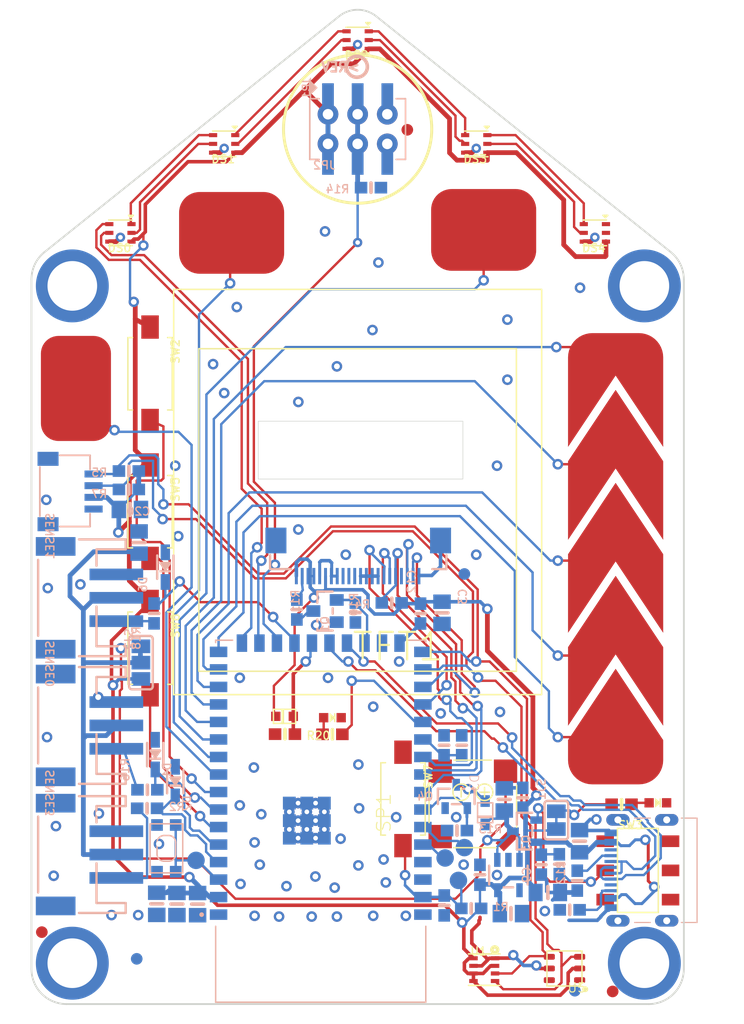
<source format=kicad_pcb>
(kicad_pcb (version 20211014) (generator pcbnew)
  (layers (0 "F.Cu" signal) (31 "B.Cu" signal) (34 "B.Paste" user) (35 "F.Paste" user) (36 "B.SilkS" user "B.Silkscreen") (37 "F.SilkS" user "F.Silkscreen") (38 "B.Mask" user) (39 "F.Mask" user) (44 "Edge.Cuts" user))
  (net 0 "")
  (net 1 "GND")
  (net 2 "RESET")
  (net 3 "SCK")
  (net 4 "MISO")
  (net 5 "MOSI")
  (net 6 "AD0")
  (net 7 "N$1")
  (net 8 "3.3V")
  (net 9 "VBUS")
  (net 10 "SDA")
  (net 11 "SCL")
  (net 12 "EN")
  (net 13 "VHIGH")
  (net 14 "N$3")
  (net 15 "LIGHT")
  (net 16 "DS_CLK")
  (net 17 "D+")
  (net 18 "D-")
  (net 19 "CC1")
  (net 20 "CC2")
  (net 21 "TXD0")
  (net 22 "RXD0")
  (net 23 "BOOT0")
  (net 24 "BUTTON_DOWN")
  (net 25 "BUTTON_SEL")
  (net 26 "AD2")
  (net 27 "VCC")
  (net 28 "AD1_JST")
  (net 29 "A0_JST")
  (net 30 "DS_DATA")
  (net 31 "CT13")
  (net 32 "AD1")
  (net 33 "N$10")
  (net 34 "N$11")
  (net 35 "N$12")
  (net 36 "N$14")
  (net 37 "N$15")
  (net 38 "N$17")
  (net 39 "N$24")
  (net 40 "N$25")
  (net 41 "TFT_DC")
  (net 42 "TFT_CS")
  (net 43 "TFT_LITE")
  (net 44 "TFT_RESET")
  (net 45 "A2_JST2")
  (net 46 "N$2")
  (net 47 "TFT_LEDK")
  (net 48 "N$99")
  (net 49 "BUTTON_UP")
  (net 50 "CT6")
  (net 51 "CT7")
  (net 52 "CT8")
  (net 53 "CT9")
  (net 54 "CT10")
  (net 55 "CT11")
  (net 56 "CT12")
  (net 57 "SPKR")
  (net 58 "N$5")
  (net 59 "PIR_SENSE")
  (net 60 "N$4")
  (net 61 "IO38_DOUBLETAP")
  (footprint "boardEagle:APA102_2020" (layer "F.Cu") (at 128.1811 81.536978 180)
    (fp_text reference "DS0")
    (fp_text value "APA102-2020")
  )
  (footprint "boardEagle:CHIPLED_0603_NOOUTLINE" (layer "F.Cu") (at 146.3421 123.053278 -90)
    (fp_text reference "L0" hide)
    (fp_text value "RED")
  )
  (footprint "boardEagle:FUNHOUSE_FRONT" (layer "F.Cu") (at 120.5611 147.576978)
    (fp_text reference "U$45" hide)
    (fp_text value "" hide)
  )
  (footprint "boardEagle:FIDUCIAL_1MM" (layer "F.Cu") (at 121.4501 141.417478)
    (fp_text reference "FID3" hide)
    (fp_text value "FIDUCIAL_1MM" hide)
  )
  (footprint "boardEagle:TACTILE_3X6MM" (layer "F.Cu") (at 152.3874 130.010178 -90)
    (fp_text reference "SW7")
    (fp_text value "FSM2JMTR")
  )
  (footprint "boardEagle:CAPTOUCH_7X9MM" (layer "F.Cu") (at 159.2961 81.282978)
    (fp_text reference "X5" hide)
    (fp_text value "CAPTOUCH_10MM" hide)
  )
  (footprint "boardEagle:APA102_2020" (layer "F.Cu") (at 148.5011 65.026978 180)
    (fp_text reference "DS2")
    (fp_text value "APA102-2020")
  )
  (footprint "boardEagle:CAPTOUCH_6X9MM" (layer "F.Cu") (at 124.3711 94.859978 90)
    (fp_text reference "X1" hide)
    (fp_text value "CAPTOUCH_10MM" hide)
  )
  (footprint "boardEagle:SNR6-1.0-3X3X1MM" (layer "F.Cu") (at 166.2176 144.528978 180)
    (fp_text reference "U5")
    (fp_text value "AHT20")
  )
  (footprint "boardEagle:APA102_2020" (layer "F.Cu") (at 158.6611 73.916978 180)
    (fp_text reference "DS3")
    (fp_text value "APA102-2020")
  )
  (footprint "boardEagle:TACTILE_3X6MM" (layer "F.Cu") (at 130.7211 117.096978 -90)
    (fp_text reference "SW6")
    (fp_text value "FSM2JMTR")
  )
  (footprint "boardEagle:TACTILE_3X6MM" (layer "F.Cu") (at 130.7211 105.412978 -90)
    (fp_text reference "SW5")
    (fp_text value "FSM2JMTR")
  )
  (footprint "boardEagle:CAPTOUCH_7X9MM" (layer "F.Cu") (at 137.7061 81.536978)
    (fp_text reference "X3" hide)
    (fp_text value "CAPTOUCH_10MM" hide)
  )
  (footprint "boardEagle:TFT_1.54IN_240X240_22PIN" (layer "F.Cu") (at 148.5011 108.206978 180)
    (fp_text reference "TFT1")
    (fp_text value "DISP_TFT_1.54IN_240X240_22P")
  )
  (footprint "boardEagle:BMX280_COMBO" (layer "F.Cu") (at 159.3469 144.630578)
    (fp_text reference "U1")
    (fp_text value "DPS3")
  )
  (footprint "boardEagle:CHIPLED_0603_NOOUTLINE" (layer "F.Cu") (at 174.2186 130.343078 -90)
    (fp_text reference "ON0" hide)
    (fp_text value "GREEN")
  )
  (footprint "boardEagle:0603-NO" (layer "F.Cu") (at 146.3421 124.475678)
    (fp_text reference "R9" hide)
    (fp_text value "10K")
  )
  (footprint "boardEagle:EG1390" (layer "F.Cu") (at 172.5041 136.131978 -90)
    (fp_text reference "SW3")
    (fp_text value "EG1390")
  )
  (footprint "boardEagle:BUZZER_SMT_7.5MM" (layer "F.Cu") (at 158.3702 130.435378 90)
    (fp_text reference "SP1")
    (fp_text value "7.5mm SPK")
  )
  (footprint "boardEagle:TACTILE_3X6MM" (layer "F.Cu") (at 130.7211 93.601978 -90)
    (fp_text reference "SW2")
    (fp_text value "FSM2JMTR")
  )
  (footprint "boardEagle:APA102_2020" (layer "F.Cu") (at 137.0711 73.916978 180)
    (fp_text reference "DS1")
    (fp_text value "APA102-2020")
  )
  (footprint "boardEagle:APA102_2020" (layer "F.Cu") (at 168.8211 81.536978 180)
    (fp_text reference "DS4")
    (fp_text value "APA102-2020")
  )
  (footprint "boardEagle:FIDUCIAL_1MM" (layer "F.Cu") (at 152.7556 72.710478)
    (fp_text reference "FID2" hide)
    (fp_text value "FIDUCIAL_1MM" hide)
  )
  (footprint "boardEagle:ALS-PT19-315C" (layer "F.Cu") (at 142.24 122.938978)
    (fp_text reference "U2" hide)
    (fp_text value "ALS-PT19" hide)
  )
  (footprint "boardEagle:0603-NO" (layer "F.Cu") (at 171.1071 130.470078 180)
    (fp_text reference "R6" hide)
    (fp_text value "47K")
  )
  (footprint "boardEagle:0603-NO" (layer "F.Cu") (at 142.2781 124.462978)
    (fp_text reference "R20")
    (fp_text value "10K")
  )
  (footprint "boardEagle:FIDUCIAL_1MM" (layer "F.Cu") (at 170.3451 146.497478)
    (fp_text reference "FID1" hide)
    (fp_text value "FIDUCIAL_1MM" hide)
  )
  (footprint "boardEagle:CAPTOUCH_5SLIDER" (layer "F.Cu") (at 170.5991 107.686978)
    (fp_text reference "X6" hide)
    (fp_text value "CAPTOUCH_5SLIDER_10MM" hide)
  )
  (footprint "boardEagle:FIDUCIAL_1MM" (layer "B.Cu") (at 167.1066 146.433978 180)
    (fp_text reference "FID5" hide)
    (fp_text value "FIDUCIAL_1MM" hide)
  )
  (footprint "boardEagle:0603-NO" (layer "B.Cu") (at 157.4165 125.415478 -90)
    (fp_text reference "R17" hide)
    (fp_text value "1Meg")
  )
  (footprint "boardEagle:SMT_NUT_3MM" (layer "B.Cu") (at 124.0611 86.076978 180)
    (fp_text reference "TP7" hide)
    (fp_text value "SEWTAP_SMTNUTM3" hide)
  )
  (footprint "boardEagle:0603-NO" (layer "B.Cu") (at 158.9786 136.502578 90)
    (fp_text reference "C5" hide)
    (fp_text value "0.1uF")
  )
  (footprint "boardEagle:SMT_NUT_3MM" (layer "B.Cu") (at 124.0611 144.076978 180)
    (fp_text reference "TP4" hide)
    (fp_text value "SEWTAP_SMTNUTM3" hide)
  )
  (footprint "boardEagle:USB_C_CUSB31-CFM2AX-01-X" (layer "B.Cu") (at 173.7647 136.121478 -90)
    (fp_text reference "X4" hide)
    (fp_text value "USB C")
  )
  (footprint "boardEagle:JSTPH3" (layer "B.Cu") (at 125.1331 123.716978 -90)
    (fp_text reference "SENSE0")
    (fp_text value "JST PH 3")
  )
  (footprint "boardEagle:SOT23-R" (layer "B.Cu") (at 162.8002 132.770478 -90)
    (fp_text reference "Q3")
    (fp_text value "DMG3415U-7")
  )
  (footprint "boardEagle:0805-NO" (layer "B.Cu") (at 161.0621 130.050878 90)
    (fp_text reference "C11" hide)
    (fp_text value "10µF")
  )
  (footprint "boardEagle:SOD-323F" (layer "B.Cu") (at 159.4231 131.193978 -90)
    (fp_text reference "D3")
    (fp_text value "1N4148")
  )
  (footprint "boardEagle:PCBFEAT-REV-040" (layer "B.Cu") (at 148.4376 67.312978 180)
    (fp_text reference "U$41" hide)
    (fp_text value "" hide)
  )
  (footprint "boardEagle:TESTPOINT_ROUND_1.5MM_NO" (layer "B.Cu") (at 134.6581 135.270678)
    (fp_text reference "TP1" hide)
    (fp_text value "" hide)
  )
  (footprint "boardEagle:SMT_NUT_3MM" (layer "B.Cu") (at 173.0611 86.076978 180)
    (fp_text reference "TP8" hide)
    (fp_text value "SEWTAP_SMTNUTM3" hide)
  )
  (footprint "boardEagle:0805-NO" (layer "B.Cu") (at 131.2926 138.991778 -90)
    (fp_text reference "C10" hide)
    (fp_text value "10µF")
  )
  (footprint "boardEagle:MODULE_ESP32-S2-WROVER" (layer "B.Cu") (at 145.3388 131.917878)
    (fp_text reference "U3" hide)
    (fp_text value "ESP32-S2-MODULE_WROVER")
  )
  (footprint "boardEagle:0805-NO" (layer "B.Cu") (at 129.7813 108.054578 90)
    (fp_text reference "C20")
    (fp_text value "10uF")
  )
  (footprint "boardEagle:JSTPH3" (layer "B.Cu") (at 125.1331 134.773978 -90)
    (fp_text reference "SENSE3")
    (fp_text value "JST PH 3")
  )
  (footprint "boardEagle:0603-NO" (layer "B.Cu") (at 128.905 103.507978 180)
    (fp_text reference "R7")
    (fp_text value "10K")
  )
  (footprint "boardEagle:TESTPOINT_ROUND_1.5MM_NO" (layer "B.Cu") (at 155.9941 135.067478 180)
    (fp_text reference "TP2" hide)
    (fp_text value "" hide)
  )
  (footprint "boardEagle:SOLDERJUMPER_CLOSEDWIRE" (layer "B.Cu") (at 165.5191 131.828978 -90)
    (fp_text reference "SJ1")
    (fp_text value "")
  )
  (footprint "boardEagle:0603-NO" (layer "B.Cu") (at 165.7731 135.600878 -90)
    (fp_text reference "R12")
    (fp_text value "10K")
  )
  (footprint "boardEagle:0805-NO" (layer "B.Cu") (at 161.6329 139.829978)
    (fp_text reference "C17" hide)
    (fp_text value "10µF")
  )
  (footprint "boardEagle:0603-NO" (layer "B.Cu") (at 155.9179 139.131478 -90)
    (fp_text reference "C14" hide)
    (fp_text value "1uF")
  )
  (footprint "boardEagle:SOLDERJUMPER_2WAY_OPEN_NOPASTE" (layer "B.Cu") (at 129.9366 118.339378 -90)
    (fp_text reference "SJ2")
    (fp_text value "")
  )
  (footprint "boardEagle:FIDUCIAL_1MM" (layer "B.Cu") (at 129.5781 143.703478 180)
    (fp_text reference "FID4" hide)
    (fp_text value "FIDUCIAL_1MM" hide)
  )
  (footprint "boardEagle:0603-NO" (layer "B.Cu") (at 131.064 114.125178 90)
    (fp_text reference "R18")
    (fp_text value "1K")
  )
  (footprint "boardEagle:TESTPOINT_ROUND_1.5MM_NO" (layer "B.Cu") (at 157.1371 136.985178 -90)
    (fp_text reference "TP6" hide)
    (fp_text value "" hide)
  )
  (footprint "boardEagle:0603-NO" (layer "B.Cu") (at 162.6362 129.911278 90)
    (fp_text reference "C2" hide)
    (fp_text value "0.1uF")
  )
  (footprint "boardEagle:0805-NO" (layer "B.Cu") (at 167.5069 133.630978 90)
    (fp_text reference "C1" hide)
    (fp_text value "10uF")
  )
  (footprint "boardEagle:0603-NO" (layer "B.Cu") (at 155.9052 125.415478 90)
    (fp_text reference "C6" hide)
    (fp_text value "1uF")
  )
  (footprint "boardEagle:0603-NO" (layer "B.Cu") (at 166.6654 139.506978)
    (fp_text reference "R3" hide)
    (fp_text value "5.1K")
  )
  (footprint "boardEagle:SOD-323" (layer "B.Cu") (at 132.0292 110.162778 90)
    (fp_text reference "D6")
    (fp_text value "3.6V")
  )
  (footprint "boardEagle:SOD-323" (layer "B.Cu") (at 131.1656 126.215578 90)
    (fp_text reference "D1")
    (fp_text value "3.6V")
  )
  (footprint "boardEagle:0603-NO" (layer "B.Cu") (at 130.4925 129.225478)
    (fp_text reference "R16")
    (fp_text value "1K")
  )
  (footprint "boardEagle:0603-NO" (layer "B.Cu") (at 128.905 101.933178 180)
    (fp_text reference "R5")
    (fp_text value "10K")
  )
  (footprint "boardEagle:FUNHOUSE_BACK" (layer "B.Cu") (at 176.4411 147.576978 180)
    (fp_text reference "U$69" hide)
    (fp_text value "" hide)
  )
  (footprint "boardEagle:0603-NO" (layer "B.Cu") (at 167.3131 137.008678 90)
    (fp_text reference "R8" hide)
    (fp_text value "5.1K")
  )
  (footprint "boardEagle:0805-NO" (layer "B.Cu") (at 155.7274 114.074378 -90)
    (fp_text reference "C3")
    (fp_text value "10µF")
  )
  (footprint "boardEagle:SOT23-5" (layer "B.Cu") (at 161.4145 136.528478)
    (fp_text reference "U4" hide)
    (fp_text value "AP2112K-3.3")
  )
  (footprint "boardEagle:0805-NO" (layer "B.Cu") (at 134.7921 139.017578 -90)
    (fp_text reference "C13" hide)
    (fp_text value "10µF")
  )
  (footprint "boardEagle:0603-NO" (layer "B.Cu") (at 153.8859 114.137878 -90)
    (fp_text reference "C12")
    (fp_text value "1uF")
  )
  (footprint "boardEagle:2X03_SMT_4UCON_14113" (layer "B.Cu") (at 148.5011 72.646978)
    (fp_text reference "JP1")
    (fp_text value "2x3 SMT")
  )
  (footprint "boardEagle:0603-NO" (layer "B.Cu") (at 130.4671 130.812978)
    (fp_text reference "R2")
    (fp_text value "1K")
  )
  (footprint "boardEagle:0805-NO" (layer "B.Cu") (at 133.0206 139.009378 -90)
    (fp_text reference "C4" hide)
    (fp_text value "10µF")
  )
  (footprint "boardEagle:SOT23-WIDE" (layer "B.Cu") (at 145.7071 113.921978 -90)
    (fp_text reference "Q1")
    (fp_text value "BSS138")
  )
  (footprint "boardEagle:FIDUCIAL_1MM" (layer "B.Cu") (at 157.6451 110.746978 180)
    (fp_text reference "FID6" hide)
    (fp_text value "FIDUCIAL_1MM" hide)
  )
  (footprint "boardEagle:0805-NO" (layer "B.Cu") (at 128.9939 105.222478)
    (fp_text reference "C7" hide)
    (fp_text value "10µF")
  )
  (footprint "boardEagle:0603-NO" (layer "B.Cu") (at 149.6441 77.663478 180)
    (fp_text reference "R14")
    (fp_text value "1Meg")
  )
  (footprint "boardEagle:JSTPH3" (layer "B.Cu") (at 125.1331 112.786978 -90)
    (fp_text reference "SENSE1")
    (fp_text value "JST PH 3")
  )
  (footprint "boardEagle:SOT23-R" (layer "B.Cu") (at 156.9466 129.796978 180)
    (fp_text reference "Q4")
    (fp_text value "BSS138")
  )
  (footprint "boardEagle:0805_10MGAP" (layer "B.Cu") (at 164.7943 138.022578 180)
    (fp_text reference "C9")
    (fp_text value "10uF/10V+")
  )
  (footprint "boardEagle:SMT_NUT_3MM" (layer "B.Cu") (at 173.0611 144.076978 180)
    (fp_text reference "TP5" hide)
    (fp_text value "SEWTAP_SMTNUTM3" hide)
  )
  (footprint "boardEagle:0603-NO" (layer "B.Cu") (at 158.2293 139.385478)
    (fp_text reference "R1")
    (fp_text value "10K")
  )
  (footprint "boardEagle:0603-NO" (layer "B.Cu") (at 143.2941 113.794978 90)
    (fp_text reference "R11")
    (fp_text value "100")
  )
  (footprint "boardEagle:0603-NO" (layer "B.Cu") (at 148.3106 114.048978 90)
    (fp_text reference "R10")
    (fp_text value "10K")
  )
  (footprint "boardEagle:0603-NO" (layer "B.Cu") (at 151.4221 113.223478 180)
    (fp_text reference "R4")
    (fp_text value "10K")
  )
  (footprint "boardEagle:0603-NO" (layer "B.Cu") (at 164.2298 135.641978 -90)
    (fp_text reference "C15" hide)
    (fp_text value "0.1uF")
  )
  (footprint "boardEagle:0603-NO" (layer "B.Cu") (at 157.0101 132.717978)
    (fp_text reference "R13")
    (fp_text value "10K")
  )
  (footprint "boardEagle:SOD-323" (layer "B.Cu") (at 132.8801 128.526978 90)
    (fp_text reference "D2")
    (fp_text value "3.6V")
  )
  (footprint "boardEagle:TESTPOINT_ROUND_1.5MM_NO" (layer "B.Cu") (at 157.6451 134.178478 180)
    (fp_text reference "TP3" hide)
    (fp_text value "" hide)
  )
  (footprint "boardEagle:2X03_SMTTHM" (layer "B.Cu") (at 148.5011 72.646978)
    (fp_text reference "JP2")
    (fp_text value "")
  )
  (footprint "boardEagle:KMR2" (layer "B.Cu") (at 132.1181 134.241978 -90)
    (fp_text reference "SW4" hide)
    (fp_text value "SPST_TACT-KMR2" hide)
  )
  (footprint "boardEagle:JST_SH4" (layer "B.Cu") (at 123.3678 103.685778 90)
    (fp_text reference "CONN1" hide)
    (fp_text value "STEMMA_I2C_QT" hide)
  )
  (gr_circle (center 148.5011 72.646978) (end 154.8511 72.646978) (layer "F.SilkS") (width 0.254) (fill none))
  (gr_line (start 175.315593 83.17625) (end 150.088171 62.987091) (layer "Edge.Cuts") (width 0.1524))
  (gr_line (start 157.5181 102.618978) (end 139.9921 102.618978) (layer "Edge.Cuts") (width 0.05))
  (gr_arc (start 120.561099 85.518532) (mid 120.857076 84.2192) (end 121.686606 83.17625) (layer "Edge.Cuts") (width 0.1524))
  (gr_line (start 139.9921 97.665978) (end 157.5181 97.665978) (layer "Edge.Cuts") (width 0.05))
  (gr_arc (start 175.315593 83.176249) (mid 176.145123 84.2192) (end 176.4411 85.518532) (layer "Edge.Cuts") (width 0.1524))
  (gr_line (start 139.9921 102.618978) (end 139.9921 97.665978) (layer "Edge.Cuts") (width 0.05))
  (gr_arc (start 176.4411 144.576978) (mid 175.56242 146.698298) (end 173.4411 147.576978) (layer "Edge.Cuts") (width 0.1524))
  (gr_arc (start 123.5611 147.576978) (mid 121.43978 146.698298) (end 120.5611 144.576978) (layer "Edge.Cuts") (width 0.1524))
  (gr_line (start 123.5611 147.576978) (end 173.4411 147.576978) (layer "Edge.Cuts") (width 0.1524))
  (gr_line (start 146.914028 62.987091) (end 121.686606 83.17625) (layer "Edge.Cuts") (width 0.1524))
  (gr_line (start 157.5181 97.665978) (end 157.5181 102.618978) (layer "Edge.Cuts") (width 0.05))
  (gr_arc (start 146.914027 62.987091) (mid 148.501099 62.430221) (end 150.088171 62.987091) (layer "Edge.Cuts") (width 0.1524))
  (gr_line (start 176.4411 144.576978) (end 176.4411 85.518532) (layer "Edge.Cuts") (width 0.1524))
  (gr_line (start 120.5611 85.518532) (end 120.5611 144.576978) (layer "Edge.Cuts") (width 0.1524))
  (segment (start 158.2801 141.291297) (end 158.2801 142.369978) (width 0.3048) (layer "F.Cu") (net 1))
  (segment (start 159.1385 144.305578) (end 159.58185 143.862228) (width 0.3048) (layer "F.Cu") (net 1))
  (segment (start 147.5511 65.776978) (end 148.1321 65.776978) (width 0.4064) (layer "F.Cu") (net 1))
  (segment (start 160.2875 143.639978) (end 161.5821 143.639978) (width 0.3048) (layer "F.Cu") (net 1))
  (segment (start 127.2311 82.286978) (end 127.8121 82.286978) (width 0.4064) (layer "F.Cu") (net 1))
  (segment (start 167.8711 82.286978) (end 168.4521 82.286978) (width 0.4064) (layer "F.Cu") (net 1))
  (segment (start 158.8984 140.672997) (end 158.8984 140.418178) (width 0.3048) (layer "F.Cu") (net 1))
  (segment (start 136.1211 74.666978) (end 136.7021 74.666978) (width 0.4064) (layer "F.Cu") (net 1))
  (segment (start 158.9786 140.337978) (end 158.9786 140.147478) (width 0.3048) (layer "F.Cu") (net 1))
  (segment (start 158.2921 74.666978) (end 158.6611 74.297978) (width 0.4064) (layer "F.Cu") (net 1))
  (segment (start 159.58185 143.862228) (end 159.58185 143.671728) (width 0.3048) (layer "F.Cu") (net 1))
  (segment (start 168.4521 82.286978) (end 168.8211 81.917978) (width 0.4064) (layer "F.Cu") (net 1))
  (segment (start 159.7885 143.655578) (end 160.2719 143.655578) (width 0.3048) (layer "F.Cu") (net 1))
  (segment (start 136.7021 74.666978) (end 137.0711 74.297978) (width 0.4064) (layer "F.Cu") (net 1))
  (segment (start 158.2801 141.291297) (end 158.8984 140.672997) (width 0.3048) (layer "F.Cu") (net 1))
  (segment (start 159.58185 143.671728) (end 158.2801 142.369978) (width 0.3048) (layer "F.Cu") (net 1))
  (segment (start 127.8121 82.286978) (end 128.1811 81.917978) (width 0.4064) (layer "F.Cu") (net 1))
  (segment (start 157.7111 74.666978) (end 158.2921 74.666978) (width 0.4064) (layer "F.Cu") (net 1))
  (segment (start 158.4219 144.305578) (end 159.1385 144.305578) (width 0.3048) (layer "F.Cu") (net 1))
  (segment (start 164.9176 144.528978) (end 164.0586 144.528978) (width 0.3048) (layer "F.Cu") (net 1))
  (segment (start 161.5821 143.639978) (end 161.8361 143.385978) (width 0.3048) (layer "F.Cu") (net 1))
  (segment (start 148.1321 65.776978) (end 148.5011 65.407978) (width 0.4064) (layer "F.Cu") (net 1))
  (segment (start 159.58185 143.862228) (end 159.7885 143.655578) (width 0.3048) (layer "F.Cu") (net 1))
  (segment (start 158.8984 140.418178) (end 158.9786 140.337978) (width 0.3048) (layer "F.Cu") (net 1))
  (segment (start 163.8046 144.274978) (end 164.0586 144.528978) (width 0.3048) (layer "F.Cu") (net 1))
  (segment (start 160.2719 143.655578) (end 160.2875 143.639978) (width 0.3048) (layer "F.Cu") (net 1))
  (via (at 168.8211 81.917978) (size 0.8064) (drill 0.4) (layers "F.Cu" "B.Cu") (net 1))
  (via (at 147.0406 133.416478) (size 0.9064) (drill 0.5) (layers "F.Cu" "B.Cu") (net 1))
  (via (at 144.9451 115.128478) (size 0.9064) (drill 0.5) (layers "F.Cu" "B.Cu") (net 1))
  (via (at 137.0711 74.297978) (size 0.8064) (drill 0.4) (layers "F.Cu" "B.Cu") (net 1))
  (via (at 121.9581 111.953478) (size 0.9064) (drill 0.5) (layers "F.Cu" "B.Cu") (net 1))
  (via (at 160.4391 101.475978) (size 0.9064) (drill 0.5) (layers "F.Cu" "B.Cu") (net 1))
  (via (at 143.4211 106.936978) (size 0.9064) (drill 0.5) (layers "F.Cu" "B.Cu") (net 1))
  (via (at 131.4831 133.860978) (size 0.9064) (drill 0.5) (layers "F.Cu" "B.Cu") (net 1))
  (via (at 144.8816 136.654978) (size 0.9064) (drill 0.5) (layers "F.Cu" "B.Cu") (net 1))
  (via (at 128.1811 81.917978) (size 0.8064) (drill 0.4) (layers "F.Cu" "B.Cu") (net 1))
  (via (at 160.4391 136.527978) (size 0.9064) (drill 0.5) (layers "F.Cu" "B.Cu") (net 1))
  (via (at 139.6746 133.733978) (size 0.9064) (drill 0.5) (layers "F.Cu" "B.Cu") (net 1))
  (via (at 149.8346 122.113478) (size 0.9064) (drill 0.5) (layers "F.Cu" "B.Cu") (net 1))
  (via (at 121.8311 104.396978) (size 0.9064) (drill 0.5) (layers "F.Cu" "B.Cu") (net 1))
  (via (at 148.5011 65.407978) (size 0.8064) (drill 0.4) (layers "F.Cu" "B.Cu") (net 1))
  (via (at 146.7231 140.083978) (size 0.9064) (drill 0.5) (layers "F.Cu" "B.Cu") (net 1))
  (via (at 149.8346 140.020478) (size 0.9064) (drill 0.5) (layers "F.Cu" "B.Cu") (net 1))
  (via (at 139.6746 140.020478) (size 0.9064) (drill 0.5) (layers "F.Cu" "B.Cu") (net 1))
  (via (at 150.9141 137.162978) (size 0.9064) (drill 0.5) (layers "F.Cu" "B.Cu") (net 1))
  (via (at 160.6931 122.557978) (size 0.9064) (drill 0.5) (layers "F.Cu" "B.Cu") (net 1))
  (via (at 141.7701 140.083978) (size 0.9064) (drill 0.5) (layers "F.Cu" "B.Cu") (net 1))
  (via (at 161.8361 143.385978) (size 0.889) (drill 0.4826) (layers "F.Cu" "B.Cu") (net 1))
  (via (at 152.6286 140.020478) (size 0.9064) (drill 0.5) (layers "F.Cu" "B.Cu") (net 1))
  (via (at 144.5641 140.083978) (size 0.9064) (drill 0.5) (layers "F.Cu" "B.Cu") (net 1))
  (via (at 148.6281 130.812978) (size 0.9064) (drill 0.5) (layers "F.Cu" "B.Cu") (net 1))
  (via (at 140.1191 135.638978) (size 0.9064) (drill 0.5) (layers "F.Cu" "B.Cu") (net 1))
  (via (at 145.7071 81.409978) (size 0.9064) (drill 0.5) (layers "F.Cu" "B.Cu") (net 1))
  (via (at 146.7231 92.966978) (size 0.9064) (drill 0.5) (layers "F.Cu" "B.Cu") (net 1))
  (via (at 152.0571 118.239978) (size 0.9064) (drill 0.5) (layers "F.Cu" "B.Cu") (net 1))
  (via (at 149.7711 89.855478) (size 0.9064) (drill 0.5) (layers "F.Cu" "B.Cu") (net 1))
  (via (at 148.5646 135.702478) (size 0.9064) (drill 0.5) (layers "F.Cu" "B.Cu") (net 1))
  (via (at 161.3281 88.966478) (size 0.9064) (drill 0.5) (layers "F.Cu" "B.Cu") (net 1))
  (via (at 122.4661 136.591478) (size 0.9064) (drill 0.5) (layers "F.Cu" "B.Cu") (net 1))
  (via (at 155.6131 122.684978) (size 0.9064) (drill 0.5) (layers "F.Cu" "B.Cu") (net 1))
  (via (at 148.5646 127.066478) (size 0.9064) (drill 0.5) (layers "F.Cu" "B.Cu") (net 1))
  (via (at 138.4046 130.558978) (size 0.9064) (drill 0.5) (layers "F.Cu" "B.Cu") (net 1))
  (via (at 126.2761 121.287978) (size 0.9064) (drill 0.5) (layers "F.Cu" "B.Cu") (net 1))
  (via (at 145.9611 119.636978) (size 0.9064) (drill 0.5) (layers "F.Cu" "B.Cu") (net 1))
  (via (at 133.1341 107.508478) (size 0.9064) (drill 0.5) (layers "F.Cu" "B.Cu") (net 1))
  (via (at 150.2791 84.076978) (size 0.9064) (drill 0.5) (layers "F.Cu" "B.Cu") (net 1))
  (via (at 138.4046 119.636978) (size 0.9064) (drill 0.5) (layers "F.Cu" "B.Cu") (net 1))
  (via (at 158.6611 109.095978) (size 0.9064) (drill 0.5) (layers "F.Cu" "B.Cu") (net 1))
  (via (at 164.5366 139.610978) (size 0.9064) (drill 0.5) (layers "F.Cu" "B.Cu") (net 1))
  (via (at 136.1186 92.776478) (size 0.9064) (drill 0.5) (layers "F.Cu" "B.Cu") (net 1))
  (via (at 139.6111 127.320478) (size 0.9064) (drill 0.5) (layers "F.Cu" "B.Cu") (net 1))
  (via (at 150.7236 135.194478) (size 0.9064) (drill 0.5) (layers "F.Cu" "B.Cu") (net 1))
  (via (at 122.6566 132.336978) (size 0.9064) (drill 0.5) (layers "F.Cu" "B.Cu") (net 1))
  (via (at 147.4851 109.095978) (size 0.9064) (drill 0.5) (layers "F.Cu" "B.Cu") (net 1))
  (via (at 142.4051 137.480478) (size 0.9064) (drill 0.5) (layers "F.Cu" "B.Cu") (net 1))
  (via (at 146.5326 137.607478) (size 0.9064) (drill 0.5) (layers "F.Cu" "B.Cu") (net 1))
  (via (at 158.6611 74.297978) (size 0.8064) (drill 0.4) (layers "F.Cu" "B.Cu") (net 1))
  (via (at 143.4211 96.014978) (size 0.9064) (drill 0.5) (layers "F.Cu" "B.Cu") (net 1))
  (via (at 138.4681 137.289978) (size 0.9064) (drill 0.5) (layers "F.Cu" "B.Cu") (net 1))
  (via (at 156.9466 131.574978) (size 0.9064) (drill 0.5) (layers "F.Cu" "B.Cu") (net 1))
  (via (at 121.8946 124.716978) (size 0.9064) (drill 0.5) (layers "F.Cu" "B.Cu") (net 1))
  (via (at 151.8031 131.574978) (size 0.9064) (drill 0.5) (layers "F.Cu" "B.Cu") (net 1))
  (via (at 132.8801 101.475978) (size 0.9064) (drill 0.5) (layers "F.Cu" "B.Cu") (net 1))
  (via (at 157.5816 135.638978) (size 0.9064) (drill 0.5) (layers "F.Cu" "B.Cu") (net 1))
  (via (at 129.7051 139.956978) (size 0.9064) (drill 0.5) (layers "F.Cu" "B.Cu") (net 1))
  (via (at 168.9481 131.765478) (size 0.9064) (drill 0.5) (layers "F.Cu" "B.Cu") (net 1))
  (via (at 127.4191 139.956978) (size 0.9064) (drill 0.5) (layers "F.Cu" "B.Cu") (net 1))
  (via (at 124.7521 111.635978) (size 0.9064) (drill 0.5) (layers "F.Cu" "B.Cu") (net 1))
  (via (at 167.5511 86.235978) (size 0.9064) (drill 0.5) (layers "F.Cu" "B.Cu") (net 1))
  (via (at 140.2461 131.320978) (size 0.9064) (drill 0.5) (layers "F.Cu" "B.Cu") (net 1))
  (via (at 126.3396 131.257478) (size 0.9064) (drill 0.5) (layers "F.Cu" "B.Cu") (net 1))
  (via (at 138.1506 87.886978) (size 0.9064) (drill 0.5) (layers "F.Cu" "B.Cu") (net 1))
  (via (at 161.3281 94.109978) (size 0.9064) (drill 0.5) (layers "F.Cu" "B.Cu") (net 1))
  (via (at 137.0711 95.252978) (size 0.9064) (drill 0.5) (layers "F.Cu" "B.Cu") (net 1))
  (via (at 163.8046 144.274978) (size 0.889) (drill 0.4826) (layers "F.Cu" "B.Cu") (net 1))
  (segment (start 169.3311 140.06471) (end 169.3311 140.106978) (width 0.3048) (layer "B.Cu") (net 1))
  (segment (start 146.0881 109.603978) (end 146.2786 109.794478) (width 0.3048) (layer "B.Cu") (net 1))
  (segment (start 167.5069 132.680978) (end 167.537 132.711078) (width 0.3048) (layer "B.Cu") (net 1))
  (segment (start 165.8154 139.612278) (end 165.8154 139.506978) (width 0.3048) (layer "B.Cu") (net 1))
  (segment (start 162.7251 144.274978) (end 161.8361 143.385978) (width 0.3048) (layer "B.Cu") (net 1))
  (segment (start 146.2786 109.794478) (end 146.2786 110.901478) (width 0.254) (layer "B.Cu") (net 1))
  (segment (start 169.3311 140.106978) (end 169.0341 140.403978) (width 0.3048) (layer "B.Cu") (net 1))
  (segment (start 164.6999 137.931278) (end 164.6999 137.125285) (width 0.3048) (layer "B.Cu") (net 1))
  (segment (start 164.6936 136.955778) (end 164.2298 136.491978) (width 0.3048) (layer "B.Cu") (net 1))
  (segment (start 146.2511 110.928978) (end 146.2591 110.928978) (width 0.254) (layer "B.Cu") (net 1))
  (segment (start 149.2511 110.928978) (end 149.7511 110.928978) (width 0.3048) (layer "B.Cu") (net 1))
  (segment (start 145.2511 109.742478) (end 145.3896 109.603978) (width 0.3048) (layer "B.Cu") (net 1))
  (segment (start 170.0093 139.531878) (end 169.863931 139.531878) (width 0.3048) (layer "B.Cu") (net 1))
  (segment (start 164.6936 137.118985) (end 164.6936 136.955778) (width 0.3048) (layer "B.Cu") (net 1))
  (segment (start 165.8443 138.022578) (end 164.7912 138.022578) (width 0.3048) (layer "B.Cu") (net 1))
  (segment (start 146.2786 110.901478) (end 146.2591 110.920978) (width 0.3048) (layer "B.Cu") (net 1))
  (segment (start 169.0341 140.403978) (end 166.6071 140.403978) (width 0.3048) (layer "B.Cu") (net 1))
  (segment (start 153.8061 110.873978) (end 154.8511 110.873978) (width 0.3048) (layer "B.Cu") (net 1))
  (segment (start 165.8443 138.022578) (end 165.200062 138.666816) (width 0.3048) (layer "B.Cu") (net 1))
  (segment (start 153.8859 114.987878) (end 152.2059 116.667878) (width 0.3048) (layer "B.Cu") (net 1))
  (segment (start 154.8511 110.873978) (end 155.6011 110.123978) (width 0.3048) (layer "B.Cu") (net 1))
  (segment (start 167.3131 137.858678) (end 167.1492 138.022578) (width 0.4064) (layer "B.Cu") (net 1))
  (segment (start 164.6999 137.125285) (end 164.6936 137.118985) (width 0.3048) (layer "B.Cu") (net 1))
  (segment (start 153.7511 110.928978) (end 153.8061 110.873978) (width 0.3048) (layer "B.Cu") (net 1))
  (segment (start 170.0093 132.711078) (end 167.537 132.711078) (width 0.3048) (layer "B.Cu") (net 1))
  (segment (start 168.9481 131.765478) (end 168.4224 131.765478) (width 0.3048) (layer "B.Cu") (net 1))
  (segment (start 162.6362 129.061278) (end 161.1017 129.061278) (width 0.3048) (layer "B.Cu") (net 1))
  (segment (start 146.2591 110.920978) (end 146.2591 110.928978) (width 0.3048) (layer "B.Cu") (net 1))
  (segment (start 167.5069 132.680978) (end 168.4224 131.765478) (width 0.3048) (layer "B.Cu") (net 1))
  (segment (start 163.8046 144.274978) (end 162.7251 144.274978) (width 0.3048) (layer "B.Cu") (net 1))
  (segment (start 170.2197 132.921478) (end 170.0093 132.711078) (width 0.3048) (layer "B.Cu") (net 1))
  (segment (start 167.1492 138.022578) (end 165.8443 138.022578) (width 0.4064) (layer "B.Cu") (net 1))
  (segment (start 165.8443 138.022578) (end 165.799 138.022578) (width 0.4064) (layer "B.Cu") (net 1))
  (segment (start 145.3896 109.603978) (end 146.0881 109.603978) (width 0.3048) (layer "B.Cu") (net 1))
  (segment (start 164.7912 138.022578) (end 164.6999 137.931278) (width 0.3048) (layer "B.Cu") (net 1))
  (segment (start 150.2511 110.928978) (end 149.7511 110.928978) (width 0.3048) (layer "B.Cu") (net 1))
  (segment (start 146.2591 110.928978) (end 146.7511 110.928978) (width 0.254) (layer "B.Cu") (net 1))
  (segment (start 149.2511 110.928978) (end 148.7511 110.928978) (width 0.3048) (layer "B.Cu") (net 1))
  (segment (start 161.0621 129.100878) (end 161.1017 129.061278) (width 0.3048) (layer "B.Cu") (net 1))
  (segment (start 145.2511 110.928978) (end 145.2511 109.742478) (width 0.254) (layer "B.Cu") (net 1))
  (segment (start 170.2197 139.321478) (end 170.0093 139.531878) (width 0.3048) (layer "B.Cu") (net 1))
  (segment (start 155.6011 110.123978) (end 155.6011 107.878978) (width 0.3048) (layer "B.Cu") (net 1))
  (segment (start 169.863931 139.531878) (end 169.3311 140.06471) (width 0.3048) (layer "B.Cu") (net 1))
  (segment (start 152.0888 116.667878) (end 152.2059 116.667878) (width 0.3048) (layer "B.Cu") (net 1))
  (segment (start 152.5651 134.187878) (end 152.3874 134.010178) (width 0.2032) (layer "F.Cu") (net 2))
  (segment (start 152.5651 136.540678) (end 152.5651 134.187878) (width 0.2032) (layer "F.Cu") (net 2))
  (via (at 152.5651 136.540678) (size 0.9064) (drill 0.5) (layers "F.Cu" "B.Cu") (net 2))
  (segment (start 157.3793 139.385478) (end 156.2753 138.281478) (width 0.2032) (layer "B.Cu") (net 2))
  (segment (start 156.2753 138.281478) (end 155.9179 138.281478) (width 0.2032) (layer "B.Cu") (net 2))
  (segment (start 155.9179 138.281478) (end 155.7815 138.417878) (width 0.254) (layer "B.Cu") (net 2))
  (segment (start 157.1371 136.985178) (end 157.3793 137.227378) (width 0.2032) (layer "B.Cu") (net 2))
  (segment (start 153.5778 138.417878) (end 152.5651 137.405178) (width 0.254) (layer "B.Cu") (net 2))
  (segment (start 157.3793 137.227378) (end 157.3793 139.385478) (width 0.2032) (layer "B.Cu") (net 2))
  (segment (start 152.5651 137.405178) (end 152.5651 136.540678) (width 0.2032) (layer "B.Cu") (net 2))
  (segment (start 154.0888 138.417878) (end 153.5778 138.417878) (width 0.254) (layer "B.Cu") (net 2))
  (segment (start 155.7815 138.417878) (end 154.0888 138.417878) (width 0.254) (layer "B.Cu") (net 2))
  (segment (start 150.7871 108.968978) (end 150.6601 109.095978) (width 0.2032) (layer "F.Cu") (net 3))
  (segment (start 156.1211 117.858978) (end 150.6601 112.397978) (width 0.2032) (layer "F.Cu") (net 3))
  (segment (start 156.1211 120.271978) (end 156.1211 117.858978) (width 0.2032) (layer "F.Cu") (net 3))
  (segment (start 150.6601 109.095978) (end 150.6601 112.397978) (width 0.2032) (layer "F.Cu") (net 3))
  (via (at 156.1211 120.271978) (size 0.9064) (drill 0.5) (layers "F.Cu" "B.Cu") (net 3))
  (via (at 150.7871 108.968978) (size 0.9064) (drill 0.5) (layers "F.Cu" "B.Cu") (net 3))
  (segment (start 154.0888 121.917878) (end 154.477215 121.917878) (width 0.2032) (layer "B.Cu") (net 3))
  (segment (start 151.1681 109.349978) (end 151.1681 109.321978) (width 0.2032) (layer "B.Cu") (net 3))
  (segment (start 151.2511 109.404978) (end 151.1681 109.321978) (width 0.2032) (layer "B.Cu") (net 3))
  (segment (start 154.477215 121.917878) (end 156.1211 120.271978) (width 0.2032) (layer "B.Cu") (net 3))
  (segment (start 151.2511 110.928978) (end 151.2511 109.404978) (width 0.2032) (layer "B.Cu") (net 3))
  (segment (start 150.7871 108.968978) (end 151.1681 109.349978) (width 0.2032) (layer "B.Cu") (net 3))
  (segment (start 147.9931 123.674678) (end 147.1921 124.475678) (width 0.2032) (layer "F.Cu") (net 4))
  (segment (start 147.9931 119.890978) (end 147.9931 123.674678) (width 0.2032) (layer "F.Cu") (net 4))
  (via (at 147.9931 119.890978) (size 0.9064) (drill 0.5) (layers "F.Cu" "B.Cu") (net 4))
  (segment (start 149.8981 119.890978) (end 153.425 123.417878) (width 0.2032) (layer "B.Cu") (net 4))
  (segment (start 147.9931 119.890978) (end 149.8981 119.890978) (width 0.2032) (layer "B.Cu") (net 4))
  (segment (start 153.425 123.417878) (end 154.0888 123.417878) (width 0.2032) (layer "B.Cu") (net 4))
  (segment (start 157.4165 116.420641) (end 154.408218 113.41236) (width 0.2032) (layer "F.Cu") (net 5))
  (segment (start 157.4165 119.281378) (end 157.4165 116.420641) (width 0.2032) (layer "F.Cu") (net 5))
  (segment (start 158.5341 120.906978) (end 158.5341 120.398978) (width 0.2032) (layer "F.Cu") (net 5))
  (segment (start 154.408218 113.41236) (end 153.5811 112.585241) (width 0.2032) (layer "F.Cu") (net 5))
  (segment (start 158.5341 120.398978) (end 157.4165 119.281378) (width 0.2032) (layer "F.Cu") (net 5))
  (segment (start 153.5811 109.349978) (end 153.5811 112.585241) (width 0.2032) (layer "F.Cu") (net 5))
  (via (at 158.5341 120.906978) (size 0.9064) (drill 0.5) (layers "F.Cu" "B.Cu") (net 5))
  (via (at 153.5811 109.349978) (size 0.9064) (drill 0.5) (layers "F.Cu" "B.Cu") (net 5))
  (segment (start 154.0888 120.417878) (end 154.5782 120.417878) (width 0.2032) (layer "B.Cu") (net 5))
  (segment (start 155.9941 119.001978) (end 154.5782 120.417878) (width 0.2032) (layer "B.Cu") (net 5))
  (segment (start 156.6291 119.001978) (end 155.9941 119.001978) (width 0.2032) (layer "B.Cu") (net 5))
  (segment (start 153.2511 110.928978) (end 153.2511 109.679978) (width 0.2032) (layer "B.Cu") (net 5))
  (segment (start 153.5811 109.349978) (end 153.2511 109.679978) (width 0.2032) (layer "B.Cu") (net 5))
  (segment (start 156.6291 119.001978) (end 158.5341 120.906978) (width 0.2032) (layer "B.Cu") (net 5))
  (segment (start 135.0391 113.159978) (end 133.2611 111.381978) (width 0.2032) (layer "F.Cu") (net 6))
  (segment (start 141.2621 114.429978) (end 139.9921 113.159978) (width 0.2032) (layer "F.Cu") (net 6))
  (segment (start 139.9921 113.159978) (end 135.0391 113.159978) (width 0.2032) (layer "F.Cu") (net 6))
  (via (at 133.2611 111.381978) (size 0.9064) (drill 0.5) (layers "F.Cu" "B.Cu") (net 6))
  (via (at 141.2621 114.429978) (size 0.9064) (drill 0.5) (layers "F.Cu" "B.Cu") (net 6))
  (segment (start 143.0888 116.413878) (end 141.2621 114.587178) (width 0.2032) (layer "B.Cu") (net 6))
  (segment (start 131.064 113.275178) (end 131.533 113.275178) (width 0.2032) (layer "B.Cu") (net 6))
  (segment (start 131.533 113.275178) (end 133.34365 111.464528) (width 0.2032) (layer "B.Cu") (net 6))
  (segment (start 131.43865 113.369528) (end 132.0292 112.778978) (width 0.2032) (layer "B.Cu") (net 6))
  (segment (start 131.064 113.275178) (end 131.3443 113.275178) (width 0.3048) (layer "B.Cu") (net 6))
  (segment (start 132.0292 111.432778) (end 132.0292 112.778978) (width 0.2032) (layer "B.Cu") (net 6))
  (segment (start 143.0888 116.667878) (end 143.0888 116.413878) (width 0.2032) (layer "B.Cu") (net 6))
  (segment (start 141.2621 114.587178) (end 141.2621 114.429978) (width 0.2032) (layer "B.Cu") (net 6))
  (segment (start 133.2611 111.381978) (end 133.34365 111.464528) (width 0.2032) (layer "B.Cu") (net 6))
  (segment (start 131.3443 113.275178) (end 131.43865 113.369528) (width 0.3048) (layer "B.Cu") (net 6))
  (segment (start 145.4921 124.475678) (end 145.5921 124.375678) (width 0.2032) (layer "F.Cu") (net 7))
  (segment (start 145.5921 123.053278) (end 145.5921 124.375678) (width 0.2032) (layer "F.Cu") (net 7))
  (segment (start 157.4546 140.591978) (end 157.5964 140.733778) (width 0.3048) (layer "F.Cu") (net 8))
  (segment (start 149.4511 65.776978) (end 150.3941 65.776978) (width 0.4064) (layer "F.Cu") (net 8))
  (segment (start 166.9161 144.528978) (end 167.5176 144.528978) (width 0.3048) (layer "F.Cu") (net 8))
  (segment (start 130.184943 101.412978) (end 128.9431 102.654822) (width 0.4064) (layer "F.Cu") (net 8))
  (segment (start 157.4546 140.591978) (end 155.979 139.116378) (width 0.3048) (layer "F.Cu") (net 8))
  (segment (start 159.6136 117.331053) (end 159.6136 113.731478) (width 0.4064) (layer "F.Cu") (net 8))
  (segment (start 163.5125 121.229953) (end 159.6136 117.331053) (width 0.4064) (layer "F.Cu") (net 8))
  (segment (start 129.694081 82.067578) (end 130.12364 81.638019) (width 0.3048) (layer "F.Cu") (net 8))
  (segment (start 167.1701 83.568978) (end 169.7101 83.568978) (width 0.4064) (layer "F.Cu") (net 8))
  (segment (start 130.7211 101.412978) (end 129.4511 100.142978) (width 0.4064) (layer "F.Cu") (net 8))
  (segment (start 138.6071 74.666978) (end 143.96085 69.313228) (width 0.4064) (layer "F.Cu") (net 8))
  (segment (start 157.5964 140.733778) (end 157.5964 142.830078) (width 0.3048) (layer "F.Cu") (net 8))
  (segment (start 163.8046 129.703378) (end 163.8046 129.352478) (width 0.4064) (layer "F.Cu") (net 8))
  (segment (start 141.3263 120.323197) (end 143.1036 118.545897) (width 0.2032) (layer "F.Cu") (net 8))
  (segment (start 130.1496 81.663978) (end 130.12364 81.638019) (width 0.2032) (layer "F.Cu") (net 8))
  (segment (start 163.5125 129.060378) (end 163.5125 121.229953) (width 0.4064) (layer "F.Cu") (net 8))
  (segment (start 129.4511 88.903478) (end 129.4511 100.142978) (width 0.4064) (layer "F.Cu") (net 8))
  (segment (start 128.9431 111.318978) (end 128.9431 106.251278) (width 0.4064) (layer "F.Cu") (net 8))
  (segment (start 143.1036 114.425278) (end 144.7546 112.774278) (width 0.2032) (layer "F.Cu") (net 8))
  (segment (start 166.1541 78.712141) (end 166.1541 82.552978) (width 0.4064) (layer "F.Cu") (net 8))
  (segment (start 130.1496 82.616478) (end 130.1496 81.663978) (width 0.2032) (layer "F.Cu") (net 8))
  (segment (start 137.2471 75.440978) (end 138.0211 74.666978) (width 0.3048) (layer "F.Cu") (net 8))
  (segment (start 128.9431 106.251278) (end 128.9431 102.654822) (width 0.4064) (layer "F.Cu") (net 8))
  (segment (start 159.6313 146.814978) (end 158.4219 145.605578) (width 0.3048) (layer "F.Cu") (net 8))
  (segment (start 136.4996 139.116378) (end 134.0866 136.703378) (width 0.3048) (layer "F.Cu") (net 8))
  (segment (start 155.979 139.116378) (end 136.4996 139.116378) (width 0.3048) (layer "F.Cu") (net 8))
  (segment (start 159.6111 74.666978) (end 162.108937 74.666978) (width 0.4064) (layer "F.Cu") (net 8))
  (segment (start 138.0211 74.666978) (end 138.6071 74.666978) (width 0.4064) (layer "F.Cu") (net 8))
  (segment (start 143.96085 69.313228) (end 146.2151 67.058978) (width 0.4064) (layer "F.Cu") (net 8))
  (segment (start 159.5538 144.652278) (end 159.5538 144.633285) (width 0.3048) (layer "F.Cu") (net 8))
  (segment (start 156.3751 71.757978) (end 156.3751 74.678978) (width 0.4064) (layer "F.Cu") (net 8))
  (segment (start 127.5461 134.876978) (end 127.5461 120.271978) (width 0.3048) (layer "F.Cu") (net 8))
  (segment (start 162.108937 74.666978) (end 166.1541 78.712141) (width 0.4064) (layer "F.Cu") (net 8))
  (segment (start 166.1541 82.552978) (end 167.1701 83.568978) (width 0.4064) (layer "F.Cu") (net 8))
  (segment (start 129.4511 87.569478) (end 129.3241 87.442478) (width 0.4064) (layer "F.Cu") (net 8))
  (segment (start 148.1691 67.058978) (end 149.4511 65.776978) (width 0.4064) (layer "F.Cu") (net 8))
  (segment (start 143.96085 69.313228) (end 145.9611 71.313478) (width 0.4064) (layer "F.Cu") (net 8))
  (segment (start 130.12364 81.638019) (end 130.3147 81.44696) (width 0.3048) (layer "F.Cu") (net 8))
  (segment (start 143.1036 118.545897) (end 143.1036 114.425278) (width 0.2032) (layer "F.Cu") (net 8))
  (segment (start 166.5351 146.145678) (end 166.5351 144.909978) (width 0.3048) (layer "F.Cu") (net 8))
  (segment (start 165.8658 146.814978) (end 159.6313 146.814978) (width 0.3048) (layer "F.Cu") (net 8))
  (segment (start 157.6451 144.041985) (end 157.912106 143.774978) (width 0.3048) (layer "F.Cu") (net 8))
  (segment (start 129.3725 136.703378) (end 127.5461 134.876978) (width 0.3048) (layer "F.Cu") (net 8))
  (segment (start 130.3147 81.44696) (end 130.3147 79.100697) (width 0.3048) (layer "F.Cu") (net 8))
  (segment (start 157.6451 144.655978) (end 157.6451 144.041985) (width 0.3048) (layer "F.Cu") (net 8))
  (segment (start 130.7211 113.096978) (end 128.9431 111.318978) (width 0.4064) (layer "F.Cu") (net 8))
  (segment (start 145.9611 71.313478) (end 145.9611 71.376978) (width 0.4064) (layer "F.Cu") (net 8))
  (segment (start 129.5146 88.966978) (end 130.7211 89.601978) (width 0.4064) (layer "F.Cu") (net 8))
  (segment (start 163.8046 129.352478) (end 163.5125 129.060378) (width 0.4064) (layer "F.Cu") (net 8))
  (segment (start 129.5146 88.966978) (end 129.4511 88.903478) (width 0.4064) (layer "F.Cu") (net 8))
  (segment (start 158.4219 143.655578) (end 158.2314 143.465078) (width 0.3048) (layer "F.Cu") (net 8))
  (segment (start 129.4511 87.569478) (end 129.4511 88.903478) (width 0.4064) (layer "F.Cu") (net 8))
  (segment (start 130.7211 113.160478) (end 127.4191 116.462478) (width 0.3048) (layer "F.Cu") (net 8))
  (segment (start 158.2314 143.465078) (end 157.5964 142.830078) (width 0.3048) (layer "F.Cu") (net 8))
  (segment (start 130.3147 79.100697) (end 133.974418 75.440978) (width 0.3048) (layer "F.Cu") (net 8))
  (segment (start 157.912106 143.774978) (end 157.9215 143.774978) (width 0.3048) (layer "F.Cu") (net 8))
  (segment (start 130.7211 113.096978) (end 130.7211 113.160478) (width 0.3048) (layer "F.Cu") (net 8))
  (segment (start 146.2151 67.058978) (end 148.1691 67.058978) (width 0.4064) (layer "F.Cu") (net 8))
  (segment (start 158.4219 145.605578) (end 158.4219 144.955578) (width 0.3048) (layer "F.Cu") (net 8))
  (segment (start 159.5538 144.633285) (end 159.881506 144.305578) (width 0.3048) (layer "F.Cu") (net 8))
  (segment (start 129.1311 82.286978) (end 129.3505 82.067578) (width 0.3048) (layer "F.Cu") (net 8))
  (segment (start 166.9161 144.528978) (end 166.5351 144.909978) (width 0.3048) (layer "F.Cu") (net 8))
  (segment (start 133.974418 75.440978) (end 137.2471 75.440978) (width 0.3048) (layer "F.Cu") (net 8))
  (segment (start 159.6111 75.313978) (end 159.6111 74.666978) (width 0.4064) (layer "F.Cu") (net 8))
  (segment (start 158.4219 144.955578) (end 157.9447 144.955578) (width 0.3048) (layer "F.Cu") (net 8))
  (segment (start 158.4219 144.955578) (end 159.2505 144.955578) (width 0.3048) (layer "F.Cu") (net 8))
  (segment (start 165.8658 146.814978) (end 166.5351 146.145678) (width 0.3048) (layer "F.Cu") (net 8))
  (segment (start 130.7211 101.412978) (end 130.184943 101.412978) (width 0.4064) (layer "F.Cu") (net 8))
  (segment (start 156.3751 74.678978) (end 157.0101 75.313978) (width 0.4064) (layer "F.Cu") (net 8))
  (segment (start 141.49 122.938978) (end 141.3263 122.775278) (width 0.2032) (layer "F.Cu") (net 8))
  (segment (start 129.3505 82.067578) (end 129.694081 82.067578) (width 0.3048) (layer "F.Cu") (net 8))
  (segment (start 159.881506 144.305578) (end 160.2719 144.305578) (width 0.3048) (layer "F.Cu") (net 8))
  (segment (start 127.4191 116.462478) (end 127.4191 120.144978) (width 0.3048) (layer "F.Cu") (net 8))
  (segment (start 150.3941 65.776978) (end 156.3751 71.757978) (width 0.4064) (layer "F.Cu") (net 8))
  (segment (start 127.4191 120.144978) (end 127.5461 120.271978) (width 0.3048) (layer "F.Cu") (net 8))
  (segment (start 157.9215 143.774978) (end 158.2314 143.465078) (width 0.3048) (layer "F.Cu") (net 8))
  (segment (start 157.9447 144.955578) (end 157.6451 144.655978) (width 0.3048) (layer "F.Cu") (net 8))
  (segment (start 169.7101 83.568978) (end 169.7711 83.507978) (width 0.4064) (layer "F.Cu") (net 8))
  (segment (start 141.3263 120.323197) (end 141.3263 122.775278) (width 0.2032) (layer "F.Cu") (net 8))
  (segment (start 157.0101 75.313978) (end 159.6111 75.313978) (width 0.4064) (layer "F.Cu") (net 8))
  (segment (start 169.7711 83.507978) (end 169.7711 82.286978) (width 0.4064) (layer "F.Cu") (net 8))
  (segment (start 159.2505 144.955578) (end 159.5538 144.652278) (width 0.3048) (layer "F.Cu") (net 8))
  (segment (start 134.0866 136.703378) (end 129.3725 136.703378) (width 0.3048) (layer "F.Cu") (net 8))
  (segment (start 128.0034 107.190978) (end 128.9431 106.251278) (width 0.4064) (layer "F.Cu") (net 8))
  (via (at 163.8046 129.703378) (size 0.9064) (drill 0.5) (layers "F.Cu" "B.Cu") (net 8))
  (via (at 144.7546 112.774278) (size 0.889) (drill 0.4826) (layers "F.Cu" "B.Cu") (net 8))
  (via (at 129.3241 87.442478) (size 0.889) (drill 0.4826) (layers "F.Cu" "B.Cu") (net 8))
  (via (at 128.0034 107.190978) (size 0.9064) (drill 0.5) (layers "F.Cu" "B.Cu") (net 8))
  (via (at 134.0866 136.703378) (size 0.9064) (drill 0.5) (layers "F.Cu" "B.Cu") (net 8))
  (via (at 127.5461 120.271978) (size 0.9064) (drill 0.5) (layers "F.Cu" "B.Cu") (net 8))
  (via (at 157.4546 140.591978) (size 0.9064) (drill 0.5) (layers "F.Cu" "B.Cu") (net 8))
  (via (at 130.1496 82.616478) (size 0.889) (drill 0.4826) (layers "F.Cu" "B.Cu") (net 8))
  (via (at 159.6136 113.731478) (size 0.9064) (drill 0.5) (layers "F.Cu" "B.Cu") (net 8))
  (segment (start 145.9611 69.981978) (end 145.9611 73.916978) (width 0.4064) (layer "B.Cu") (net 8))
  (segment (start 136.5888 138.417878) (end 135.8268 138.417878) (width 0.4064) (layer "B.Cu") (net 8))
  (segment (start 160.4645 137.828578) (end 161.5111 136.781978) (width 0.4064) (layer "B.Cu") (net 8))
  (segment (start 131.2926 138.041778) (end 132.1492 138.041778) (width 0.4064) (layer "B.Cu") (net 8))
  (segment (start 157.7721 140.591978) (end 157.4546 140.591978) (width 0.2032) (layer "B.Cu") (net 8))
  (segment (start 127.0072 104.185778) (end 128.0439 105.222478) (width 0.4064) (layer "B.Cu") (net 8))
  (segment (start 134.0866 136.703378) (end 134.1264 136.703378) (width 0.4064) (layer "B.Cu") (net 8))
  (segment (start 144.7546 112.774278) (end 144.7546 112.207478) (width 0.2032) (layer "B.Cu") (net 8))
  (segment (start 145.9611 69.981978) (end 145.9611 71.376978) (width 0.4064) (layer "B.Cu") (net 8))
  (segment (start 129.0066 83.759478) (end 130.1496 82.616478) (width 0.2032) (layer "B.Cu") (net 8))
  (segment (start 144.4371 110.928978) (end 144.7511 110.928978) (width 0.2032) (layer "B.Cu") (net 8))
  (segment (start 144.7546 112.207478) (end 144.4371 111.889978) (width 0.3048) (layer "B.Cu") (net 8))
  (segment (start 134.7921 138.067578) (end 134.7921 137.369078) (width 0.4064) (layer "B.Cu") (net 8))
  (segment (start 158.9786 139.385478) (end 157.7721 140.591978) (width 0.2032) (layer "B.Cu") (net 8))
  (segment (start 164.7571 132.717978) (end 164.8841 132.844978) (width 0.2032) (layer "B.Cu") (net 8))
  (segment (start 133.0206 138.059378) (end 132.4532 138.059378) (width 0.4064) (layer "B.Cu") (net 8))
  (segment (start 151.6126 114.175978) (end 152.383096 113.405482) (width 0.3048) (layer "B.Cu") (net 8))
  (segment (start 163.7443 137.737678) (end 162.7886 136.781978) (width 0.4064) (layer "B.Cu") (net 8))
  (segment (start 145.9611 69.981978) (end 145.9611 75.311978) (width 0.4064) (layer "B.Cu") (net 8))
  (segment (start 152.4254 113.287878) (end 152.383096 113.330182) (width 0.3048) (layer "B.Cu") (net 8))
  (segment (start 159.9565 137.320578) (end 159.0106 137.320578) (width 0.4064) (layer "B.Cu") (net 8))
  (segment (start 134.7921 138.067578) (end 133.0288 138.067578) (width 0.4064) (layer "B.Cu") (net 8))
  (segment (start 163.7443 138.022578) (end 163.7443 137.737678) (width 0.4064) (layer "B.Cu") (net 8))
  (segment (start 134.1123 136.703378) (end 134.0866 136.703378) (width 0.4064) (layer "B.Cu") (net 8))
  (segment (start 143.2511 110.928978) (end 143.2511 109.773978) (width 0.3048) (layer "B.Cu") (net 8))
  (segment (start 145.7511 112.099978) (end 148.942493 112.099978) (width 0.3048) (layer "B.Cu") (net 8))
  (segment (start 144.1831 109.476978) (end 144.4371 109.730978) (width 0.3048) (layer "B.Cu") (net 8))
  (segment (start 152.233687 113.479591) (end 152.2721 113.223478) (width 0.3048) (layer "B.Cu") (net 8))
  (segment (start 143.2511 109.773978) (end 143.5481 109.476978) (width 0.3048) (layer "B.Cu") (net 8))
  (segment (start 145.7511 110.928978) (end 145.7511 112.099978) (width 0.254) (layer "B.Cu") (net 8))
  (segment (start 132.2924 137.898578) (end 132.1492 138.041778) (width 0.4064) (layer "B.Cu") (net 8))
  (segment (start 128.0439 105.222478) (end 128.0439 105.219078) (width 0.2032) (layer "B.Cu") (net 8))
  (segment (start 144.2511 110.928978) (end 144.4371 110.928978) (width 0.2032) (layer "B.Cu") (net 8))
  (segment (start 163.0459 136.715178) (end 163.0459 134.366416) (width 0.4064) (layer "B.Cu") (net 8))
  (segment (start 162.7886 136.781978) (end 162.9791 136.781978) (width 0.4064) (layer "B.Cu") (net 8))
  (segment (start 129.3241 87.442478) (end 129.0066 87.442478) (width 0.2032) (layer "B.Cu") (net 8))
  (segment (start 152.383096 113.405482) (end 152.383096 113.330182) (width 0.3048) (layer "B.Cu") (net 8))
  (segment (start 144.4371 109.730978) (end 144.4371 110.928978) (width 0.3048) (layer "B.Cu") (net 8))
  (segment (start 159.0793 139.385478) (end 158.9786 139.284778) (width 0.2032) (layer "B.Cu") (net 8))
  (segment (start 159.0065 113.124378) (end 159.6136 113.731478) (width 0.3048) (layer "B.Cu") (net 8))
  (segment (start 163.6005 129.923978) (end 164.0252 129.923978) (width 0.4064) (layer "B.Cu") (net 8))
  (segment (start 133.0288 138.067578) (end 133.0206 138.059378) (width 0.4064) (layer "B.Cu") (net 8))
  (segment (start 155.7274 113.124378) (end 154.0494 113.124378) (width 0.3048) (layer "B.Cu") (net 8))
  (segment (start 135.8268 138.417878) (end 134.1123 136.703378) (width 0.4064) (layer "B.Cu") (net 8))
  (segment (start 160.4645 137.828578) (end 160.6829 138.046978) (width 0.4064) (layer "B.Cu") (net 8))
  (segment (start 152.383096 113.330182) (end 152.233687 113.479591) (width 0.3048) (layer "B.Cu") (net 8))
  (segment (start 145.6436 112.207478) (end 145.7511 112.099978) (width 0.3048) (layer "B.Cu") (net 8))
  (segment (start 158.9786 137.352578) (end 159.0106 137.320578) (width 0.4064) (layer "B.Cu") (net 8))
  (segment (start 160.6829 138.046978) (end 160.6829 139.829978) (width 0.4064) (layer "B.Cu") (net 8))
  (segment (start 129.755 101.933178) (end 129.755 103.507978) (width 0.4064) (layer "B.Cu") (net 8))
  (segment (start 125.8818 104.185778) (end 127.0072 104.185778) (width 0.4064) (layer "B.Cu") (net 8))
  (segment (start 162.6362 130.761278) (end 162.7632 130.761278) (width 0.4064) (layer "B.Cu") (net 8))
  (segment (start 155.7274 113.124378) (end 159.0065 113.124378) (width 0.3048) (layer "B.Cu") (net 8))
  (segment (start 143.5481 109.476978) (end 144.1831 109.476978) (width 0.3048) (layer "B.Cu") (net 8))
  (segment (start 148.942493 112.099978) (end 149.3901 112.547585) (width 0.3048) (layer "B.Cu") (net 8))
  (segment (start 165.2651 132.844978) (end 165.5191 132.590978) (width 0.2032) (layer "B.Cu") (net 8))
  (segment (start 162.8858 132.717978) (end 164.7571 132.717978) (width 0.2032) (layer "B.Cu") (net 8))
  (segment (start 163.0459 134.366416) (end 162.8858 134.206316) (width 0.4064) (layer "B.Cu") (net 8))
  (segment (start 145.6436 112.207478) (end 144.7546 112.207478) (width 0.3048) (layer "B.Cu") (net 8))
  (segment (start 163.6005 129.923978) (end 162.7632 130.761278) (width 0.4064) (layer "B.Cu") (net 8))
  (segment (start 162.8858 134.206316) (end 162.8858 132.717978) (width 0.4064) (layer "B.Cu") (net 8))
  (segment (start 164.0252 129.923978) (end 163.8046 129.703378) (width 0.4064) (layer "B.Cu") (net 8))
  (segment (start 127.5461 120.271978) (end 128.0817 119.736378) (width 0.3048) (layer "B.Cu") (net 8))
  (segment (start 134.7921 137.369078) (end 134.1264 136.703378) (width 0.4064) (layer "B.Cu") (net 8))
  (segment (start 159.0793 139.385478) (end 158.9786 139.385478) (width 0.2032) (layer "B.Cu") (net 8))
  (segment (start 154.0494 113.124378) (end 153.8859 113.287878) (width 0.3048) (layer "B.Cu") (net 8))
  (segment (start 164.8841 132.844978) (end 165.2651 132.844978) (width 0.2032) (layer "B.Cu") (net 8))
  (segment (start 149.3901 112.547585) (end 149.3901 113.604478) (width 0.3048) (layer "B.Cu") (net 8))
  (segment (start 162.8858 132.717978) (end 162.8858 131.010878) (width 0.4064) (layer "B.Cu") (net 8))
  (segment (start 129.0066 83.759478) (end 129.0066 87.442478) (width 0.2032) (layer "B.Cu") (net 8))
  (segment (start 149.3901 113.604478) (end 149.9616 114.175978) (width 0.3048) (layer "B.Cu") (net 8))
  (segment (start 128.0439 105.222478) (end 128.0439 107.150478) (width 0.4064) (layer "B.Cu") (net 8))
  (segment (start 128.0439 105.219078) (end 129.755 103.507978) (width 0.2032) (layer "B.Cu") (net 8))
  (segment (start 158.9786 139.284778) (end 158.9786 137.352578) (width 0.2032) (layer "B.Cu") (net 8))
  (segment (start 128.0439 107.150478) (end 128.0034 107.190978) (width 0.4064) (layer "B.Cu") (net 8))
  (segment (start 160.4645 137.828578) (end 159.9565 137.320578) (width 0.4064) (layer "B.Cu") (net 8))
  (segment (start 162.8858 131.010878) (end 162.6362 130.761278) (width 0.4064) (layer "B.Cu") (net 8))
  (segment (start 161.5111 136.781978) (end 162.7886 136.781978) (width 0.4064) (layer "B.Cu") (net 8))
  (segment (start 162.9791 136.781978) (end 163.0459 136.715178) (width 0.4064) (layer "B.Cu") (net 8))
  (segment (start 132.4532 138.059378) (end 132.2924 137.898578) (width 0.4064) (layer "B.Cu") (net 8))
  (segment (start 153.8859 113.287878) (end 152.4254 113.287878) (width 0.3048) (layer "B.Cu") (net 8))
  (segment (start 128.0817 119.736378) (end 129.9366 119.736378) (width 0.3048) (layer "B.Cu") (net 8))
  (segment (start 149.9616 114.175978) (end 151.6126 114.175978) (width 0.3048) (layer "B.Cu") (net 8))
  (segment (start 144.4371 111.889978) (end 144.4371 110.928978) (width 0.3048) (layer "B.Cu") (net 8))
  (segment (start 173.3931 133.801122) (end 173.1026 133.510622) (width 0.254) (layer "F.Cu") (net 9))
  (segment (start 173.3931 133.801122) (end 173.3931 137.035978) (width 0.254) (layer "F.Cu") (net 9))
  (segment (start 173.1431 133.510622) (end 173.1026 133.510622) (width 0.254) (layer "F.Cu") (net 9))
  (segment (start 173.3931 137.035978) (end 173.9011 137.543978) (width 0.254) (layer "F.Cu") (net 9))
  (via (at 173.1431 133.510622) (size 0.9064) (drill 0.5) (layers "F.Cu" "B.Cu") (net 9))
  (via (at 173.9011 137.543978) (size 0.9064) (drill 0.5) (layers "F.Cu" "B.Cu") (net 9))
  (segment (start 163.8002 133.720478) (end 164.1856 133.720478) (width 0.4064) (layer "B.Cu") (net 9))
  (segment (start 171.1087 138.203978) (end 170.8547 138.457978) (width 0.254) (layer "B.Cu") (net 9))
  (segment (start 166.660331 133.976628) (end 166.404181 133.720478) (width 0.4064) (layer "B.Cu") (net 9))
  (segment (start 171.790637 134.014978) (end 171.790637 134.002941) (width 0.254) (layer "B.Cu") (net 9))
  (segment (start 173.9011 137.924978) (end 172.8519 138.974178) (width 0.254) (layer "B.Cu") (net 9))
  (segment (start 170.2197 133.721478) (end 168.9969 133.721478) (width 0.4064) (layer "B.Cu") (net 9))
  (segment (start 170.2197 133.721478) (end 170.749175 133.721478) (width 0.254) (layer "B.Cu") (net 9))
  (segment (start 172.8519 138.974178) (end 172.2599 138.974178) (width 0.254) (layer "B.Cu") (net 9))
  (segment (start 171.4897 138.203978) (end 171.1087 138.203978) (width 0.254) (layer "B.Cu") (net 9))
  (segment (start 166.660331 133.976628) (end 166.71425 133.976628) (width 0.4064) (layer "B.Cu") (net 9))
  (segment (start 164.1856 133.720478) (end 166.404181 133.720478) (width 0.4064) (layer "B.Cu") (net 9))
  (segment (start 172.2599 138.974178) (end 171.4897 138.203978) (width 0.254) (layer "B.Cu") (net 9))
  (segment (start 164.2298 134.791978) (end 164.1856 134.747778) (width 0.2032) (layer "B.Cu") (net 9))
  (segment (start 171.042675 134.014978) (end 171.790637 134.014978) (width 0.254) (layer "B.Cu") (net 9))
  (segment (start 164.2709 134.750878) (end 164.2298 134.791978) (width 0.2032) (layer "B.Cu") (net 9))
  (segment (start 172.282956 133.510622) (end 171.790637 134.002941) (width 0.254) (layer "B.Cu") (net 9))
  (segment (start 168.1374 134.580978) (end 167.5069 134.580978) (width 0.4064) (layer "B.Cu") (net 9))
  (segment (start 172.282956 133.510622) (end 173.1431 133.510622) (width 0.254) (layer "B.Cu") (net 9))
  (segment (start 170.8547 138.457978) (end 170.2832 138.457978) (width 0.254) (layer "B.Cu") (net 9))
  (segment (start 173.9011 137.543978) (end 173.9011 137.924978) (width 0.254) (layer "B.Cu") (net 9))
  (segment (start 167.5069 134.580978) (end 167.3186 134.580978) (width 0.254) (layer "B.Cu") (net 9))
  (segment (start 170.2197 138.521478) (end 170.2832 138.457978) (width 0.254) (layer "B.Cu") (net 9))
  (segment (start 167.3186 134.580978) (end 166.71425 133.976628) (width 0.254) (layer "B.Cu") (net 9))
  (segment (start 168.9969 133.721478) (end 168.1374 134.580978) (width 0.4064) (layer "B.Cu") (net 9))
  (segment (start 170.749175 133.721478) (end 171.042675 134.014978) (width 0.254) (layer "B.Cu") (net 9))
  (segment (start 165.7731 134.750878) (end 164.2709 134.750878) (width 0.2032) (layer "B.Cu") (net 9))
  (segment (start 164.1856 134.747778) (end 164.1856 133.720478) (width 0.2032) (layer "B.Cu") (net 9))
  (segment (start 158.816087 119.608991) (end 157.8229 118.615803) (width 0.2032) (layer "F.Cu") (net 10))
  (segment (start 164.3461 141.423763) (end 164.3461 142.957478) (width 0.2032) (layer "F.Cu") (net 10))
  (segment (start 161.727 144.955578) (end 160.2719 144.955578) (width 0.2032) (layer "F.Cu") (net 10))
  (segment (start 163.2966 132.273478) (end 162.5346 131.511478) (width 0.2032) (layer "F.Cu") (net 10))
  (segment (start 158.3777 117.431178) (end 157.8229 117.985978) (width 0.2032) (layer "F.Cu") (net 10))
  (segment (start 158.816087 119.608991) (end 159.098075 119.890978) (width 0.2032) (layer "F.Cu") (net 10))
  (segment (start 153.2255 107.089378) (end 158.3777 112.241578) (width 0.2032) (layer "F.Cu") (net 10))
  (segment (start 164.97235 143.474228) (end 164.9176 143.528978) (width 0.2032) (layer "F.Cu") (net 10))
  (segment (start 163.2966 140.374263) (end 163.2966 132.273478) (width 0.2032) (layer "F.Cu") (net 10))
  (segment (start 142.351425 111.121391) (end 146.383437 107.089378) (width 0.2032) (layer "F.Cu") (net 10))
  (segment (start 157.8229 118.615803) (end 157.8229 117.985978) (width 0.2032) (layer "F.Cu") (net 10))
  (segment (start 164.9176 143.528978) (end 164.3461 142.957478) (width 0.2032) (layer "F.Cu") (net 10))
  (segment (start 159.098075 119.890978) (end 160.3121 119.890978) (width 0.2032) (layer "F.Cu") (net 10))
  (segment (start 161.727 144.955578) (end 163.20835 143.474228) (width 0.2032) (layer "F.Cu") (net 10))
  (segment (start 160.3121 119.890978) (end 162.5346 122.113478) (width 0.2032) (layer "F.Cu") (net 10))
  (segment (start 139.731512 111.121391) (end 142.351425 111.121391) (width 0.2032) (layer "F.Cu") (net 10))
  (segment (start 163.20835 143.474228) (end 164.97235 143.474228) (width 0.2032) (layer "F.Cu") (net 10))
  (segment (start 158.3777 112.241578) (end 158.3777 117.431178) (width 0.2032) (layer "F.Cu") (net 10))
  (segment (start 164.3461 141.423763) (end 163.2966 140.374263) (width 0.2032) (layer "F.Cu") (net 10))
  (segment (start 134.6581 106.047978) (end 131.8006 106.047978) (width 0.2032) (layer "F.Cu") (net 10))
  (segment (start 134.6581 106.047978) (end 139.731512 111.121391) (width 0.2032) (layer "F.Cu") (net 10))
  (segment (start 162.5346 131.511478) (end 162.5346 122.113478) (width 0.2032) (layer "F.Cu") (net 10))
  (segment (start 146.383437 107.089378) (end 153.2255 107.089378) (width 0.2032) (layer "F.Cu") (net 10))
  (via (at 158.816087 119.608991) (size 0.9064) (drill 0.5) (layers "F.Cu" "B.Cu") (net 10))
  (via (at 131.8006 106.047978) (size 0.9064) (drill 0.5) (layers "F.Cu" "B.Cu") (net 10))
  (segment (start 155.825762 118.595578) (end 157.802675 118.595578) (width 0.2032) (layer "B.Cu") (net 10))
  (segment (start 128.9127 101.306928) (end 129.16275 101.056878) (width 0.2032) (layer "B.Cu") (net 10))
  (segment (start 129.16275 101.056878) (end 130.9751 101.056878) (width 0.2032) (layer "B.Cu") (net 10))
  (segment (start 131.8006 106.047978) (end 131.8006 105.920978) (width 0.2032) (layer "B.Cu") (net 10))
  (segment (start 130.9751 101.056878) (end 130.9751 105.095478) (width 0.2032) (layer "B.Cu") (net 10))
  (segment (start 128.055 103.507978) (end 128.07575 103.507978) (width 0.2032) (layer "B.Cu") (net 10))
  (segment (start 125.8818 103.185778) (end 127.7328 103.185778) (width 0.2032) (layer "B.Cu") (net 10))
  (segment (start 128.9127 102.671028) (end 128.07575 103.507978) (width 0.2032) (layer "B.Cu") (net 10))
  (segment (start 155.503462 118.917878) (end 155.825762 118.595578) (width 0.2032) (layer "B.Cu") (net 10))
  (segment (start 154.0888 118.917878) (end 155.503462 118.917878) (width 0.2032) (layer "B.Cu") (net 10))
  (segment (start 127.7328 103.185778) (end 128.055 103.507978) (width 0.2032) (layer "B.Cu") (net 10))
  (segment (start 157.802675 118.595578) (end 158.816087 119.608991) (width 0.2032) (layer "B.Cu") (net 10))
  (segment (start 128.9127 102.671028) (end 128.9127 101.306928) (width 0.2032) (layer "B.Cu") (net 10))
  (segment (start 131.8006 105.920978) (end 130.9751 105.095478) (width 0.2032) (layer "B.Cu") (net 10))
  (segment (start 166.7891 143.528978) (end 165.9636 144.354478) (width 0.2032) (layer "F.Cu") (net 11))
  (segment (start 131.8641 104.777978) (end 134.0231 104.777978) (width 0.2032) (layer "F.Cu") (net 11))
  (segment (start 163.7411 132.082978) (end 163.7411 140.244022) (width 0.2032) (layer "F.Cu") (net 11))
  (segment (start 165.2651 142.941478) (end 165.7096 142.941478) (width 0.2032) (layer "F.Cu") (net 11))
  (segment (start 166.7891 143.528978) (end 167.5176 143.528978) (width 0.2032) (layer "F.Cu") (net 11))
  (segment (start 139.960112 110.714991) (end 142.183087 110.714991) (width 0.2032) (layer "F.Cu") (net 11))
  (segment (start 164.7525 141.255422) (end 164.7525 142.428878) (width 0.2032) (layer "F.Cu") (net 11))
  (segment (start 158.6571 118.239978) (end 158.7841 118.112978) (width 0.2032) (layer "F.Cu") (net 11))
  (segment (start 165.9636 145.735478) (end 165.9636 144.354478) (width 0.2032) (layer "F.Cu") (net 11))
  (segment (start 159.8041 118.239978) (end 158.6571 118.239978) (width 0.2032) (layer "F.Cu") (net 11))
  (segment (start 165.395 146.304078) (end 160.9704 146.304078) (width 0.2032) (layer "F.Cu") (net 11))
  (segment (start 160.2719 145.605578) (end 160.9704 146.304078) (width 0.2032) (layer "F.Cu") (net 11))
  (segment (start 153.393837 106.682978) (end 158.7841 112.073241) (width 0.2032) (layer "F.Cu") (net 11))
  (segment (start 163.7411 140.244022) (end 164.7525 141.255422) (width 0.2032) (layer "F.Cu") (net 11))
  (segment (start 165.395 146.304078) (end 165.9636 145.735478) (width 0.2032) (layer "F.Cu") (net 11))
  (segment (start 165.9636 143.195478) (end 165.9636 144.354478) (width 0.2032) (layer "F.Cu") (net 11))
  (segment (start 146.2151 106.682978) (end 153.393837 106.682978) (width 0.2032) (layer "F.Cu") (net 11))
  (segment (start 163.0045 121.440378) (end 162.9791 131.320978) (width 0.2032) (layer "F.Cu") (net 11))
  (segment (start 162.9791 131.320978) (end 163.7411 132.082978) (width 0.2032) (layer "F.Cu") (net 11))
  (segment (start 163.0045 121.440378) (end 159.8041 118.239978) (width 0.2032) (layer "F.Cu") (net 11))
  (segment (start 165.7096 142.941478) (end 165.9636 143.195478) (width 0.2032) (layer "F.Cu") (net 11))
  (segment (start 134.0231 104.777978) (end 139.960112 110.714991) (width 0.2032) (layer "F.Cu") (net 11))
  (segment (start 164.7525 142.428878) (end 165.2651 142.941478) (width 0.2032) (layer "F.Cu") (net 11))
  (segment (start 142.183087 110.714991) (end 146.2151 106.682978) (width 0.2032) (layer "F.Cu") (net 11))
  (segment (start 158.7841 112.073241) (end 158.7841 118.112978) (width 0.2032) (layer "F.Cu") (net 11))
  (via (at 158.6571 118.239978) (size 0.9064) (drill 0.5) (layers "F.Cu" "B.Cu") (net 11))
  (via (at 131.8641 104.777978) (size 0.9064) (drill 0.5) (layers "F.Cu" "B.Cu") (net 11))
  (segment (start 158.1491 118.239978) (end 157.327 117.417878) (width 0.2032) (layer "B.Cu") (net 11))
  (segment (start 131.8641 103.507978) (end 131.4196 103.063478) (width 0.2032) (layer "B.Cu") (net 11))
  (segment (start 128.0541 101.932278) (end 128.055 101.933178) (width 0.2032) (layer "B.Cu") (net 11))
  (segment (start 128.0541 101.475978) (end 128.0541 101.932278) (width 0.2032) (layer "B.Cu") (net 11))
  (segment (start 131.143437 100.586978) (end 128.9431 100.586978) (width 0.2032) (layer "B.Cu") (net 11))
  (segment (start 158.1491 118.239978) (end 158.6571 118.239978) (width 0.2032) (layer "B.Cu") (net 11))
  (segment (start 131.4196 100.863141) (end 131.4196 103.063478) (width 0.2032) (layer "B.Cu") (net 11))
  (segment (start 128.9431 100.586978) (end 128.0541 101.475978) (width 0.2032) (layer "B.Cu") (net 11))
  (segment (start 131.4196 100.863141) (end 131.143437 100.586978) (width 0.2032) (layer "B.Cu") (net 11))
  (segment (start 125.8818 102.185778) (end 127.8024 102.185778) (width 0.2032) (layer "B.Cu") (net 11))
  (segment (start 154.0888 117.417878) (end 157.327 117.417878) (width 0.2032) (layer "B.Cu") (net 11))
  (segment (start 127.8024 102.185778) (end 128.055 101.933178) (width 0.2032) (layer "B.Cu") (net 11))
  (segment (start 131.8641 103.507978) (end 131.8641 104.777978) (width 0.2032) (layer "B.Cu") (net 11))
  (segment (start 163.9683 130.812978) (end 164.4135 131.258178) (width 0.2032) (layer "F.Cu") (net 12))
  (segment (start 164.985 137.098678) (end 164.4135 136.527178) (width 0.2032) (layer "F.Cu") (net 12))
  (segment (start 169.7041 136.131978) (end 168.7374 137.098678) (width 0.2032) (layer "F.Cu") (net 12))
  (segment (start 164.4135 131.258178) (end 164.4135 136.527178) (width 0.2032) (layer "F.Cu") (net 12))
  (segment (start 168.4775 137.098678) (end 168.7374 137.098678) (width 0.2032) (layer "F.Cu") (net 12))
  (segment (start 164.985 137.098678) (end 168.4775 137.098678) (width 0.2032) (layer "F.Cu") (net 12))
  (via (at 163.9683 130.812978) (size 0.9064) (drill 0.5) (layers "F.Cu" "B.Cu") (net 12))
  (via (at 168.4775 137.098678) (size 0.889) (drill 0.4826) (layers "F.Cu" "B.Cu") (net 12))
  (segment (start 163.9683 130.812978) (end 163.9272 130.854078) (width 0.2032) (layer "B.Cu") (net 12))
  (segment (start 166.077 136.450878) (end 166.6425 137.016378) (width 0.2032) (layer "B.Cu") (net 12))
  (segment (start 166.6425 137.016378) (end 168.3952 137.016378) (width 0.2032) (layer "B.Cu") (net 12))
  (segment (start 163.8002 131.820478) (end 163.9272 131.693478) (width 0.2032) (layer "B.Cu") (net 12))
  (segment (start 168.3952 137.016378) (end 168.4775 137.098678) (width 0.2032) (layer "B.Cu") (net 12))
  (segment (start 165.7731 136.450878) (end 166.077 136.450878) (width 0.2032) (layer "B.Cu") (net 12))
  (segment (start 163.9272 130.854078) (end 163.9272 131.693478) (width 0.2032) (layer "B.Cu") (net 12))
  (segment (start 159.0112 134.145878) (end 159.6136 133.543478) (width 0.2032) (layer "F.Cu") (net 13))
  (segment (start 159.0112 136.431878) (end 156.8831 138.559978) (width 0.2032) (layer "F.Cu") (net 13))
  (segment (start 138.031175 138.559978) (end 134.591075 135.119878) (width 0.2032) (layer "F.Cu") (net 13))
  (segment (start 134.591075 135.119878) (end 128.435581 135.119878) (width 0.2032) (layer "F.Cu") (net 13))
  (segment (start 128.3041 120.585953) (end 128.3041 119.958003) (width 0.2032) (layer "F.Cu") (net 13))
  (segment (start 161.1702 131.986878) (end 159.6136 133.543478) (width 0.2032) (layer "F.Cu") (net 13))
  (segment (start 128.1303 134.814597) (end 128.1303 120.759753) (width 0.2032) (layer "F.Cu") (net 13))
  (segment (start 156.8831 138.559978) (end 138.031175 138.559978) (width 0.2032) (layer "F.Cu") (net 13))
  (segment (start 128.3041 119.958003) (end 128.2279 119.881803) (width 0.2032) (layer "F.Cu") (net 13))
  (segment (start 128.1303 120.759753) (end 128.3041 120.585953) (width 0.2032) (layer "F.Cu") (net 13))
  (segment (start 159.0112 134.145878) (end 159.0112 136.431878) (width 0.2032) (layer "F.Cu") (net 13))
  (segment (start 128.2279 119.881803) (end 128.2279 117.104978) (width 0.2032) (layer "F.Cu") (net 13))
  (segment (start 128.435581 135.119878) (end 128.1303 134.814597) (width 0.2032) (layer "F.Cu") (net 13))
  (segment (start 161.1702 127.635378) (end 161.1702 131.986878) (width 0.2032) (layer "F.Cu") (net 13))
  (via (at 128.2279 117.104978) (size 0.9064) (drill 0.5) (layers "F.Cu" "B.Cu") (net 13))
  (via (at 159.6136 133.543478) (size 0.9064) (drill 0.5) (layers "F.Cu" "B.Cu") (net 13))
  (segment (start 162.3645 133.334778) (end 162.3645 135.228378) (width 0.2032) (layer "B.Cu") (net 13))
  (segment (start 161.8002 132.770478) (end 161.0272 133.543478) (width 0.2032) (layer "B.Cu") (net 13))
  (segment (start 159.9151 131.701978) (end 161.2672 131.701978) (width 0.2032) (layer "B.Cu") (net 13))
  (segment (start 161.2672 131.245478) (end 161.2672 131.701978) (width 0.4064) (layer "B.Cu") (net 13))
  (segment (start 161.2672 132.237478) (end 161.8002 132.770478) (width 0.4064) (layer "B.Cu") (net 13))
  (segment (start 128.2279 117.104978) (end 128.3905 116.942378) (width 0.2032) (layer "B.Cu") (net 13))
  (segment (start 159.6136 133.543478) (end 161.0272 133.543478) (width 0.2032) (layer "B.Cu") (net 13))
  (segment (start 161.2672 131.245478) (end 161.0621 131.040378) (width 0.4064) (layer "B.Cu") (net 13))
  (segment (start 160.4645 134.106178) (end 160.4645 135.228378) (width 0.2032) (layer "B.Cu") (net 13))
  (segment (start 161.0621 131.000878) (end 161.0621 131.040378) (width 0.4064) (layer "B.Cu") (net 13))
  (segment (start 161.2672 131.701978) (end 161.2672 132.237478) (width 0.4064) (layer "B.Cu") (net 13))
  (segment (start 159.4231 132.193978) (end 159.9151 131.701978) (width 0.2032) (layer "B.Cu") (net 13))
  (segment (start 128.3905 116.942378) (end 129.9366 116.942378) (width 0.2032) (layer "B.Cu") (net 13))
  (segment (start 161.8002 132.770478) (end 162.3645 133.334778) (width 0.2032) (layer "B.Cu") (net 13))
  (segment (start 161.0272 133.543478) (end 160.4645 134.106178) (width 0.2032) (layer "B.Cu") (net 13))
  (segment (start 172.0841 130.343078) (end 171.9571 130.470078) (width 0.2032) (layer "F.Cu") (net 14))
  (segment (start 173.4686 130.343078) (end 172.0841 130.343078) (width 0.2032) (layer "F.Cu") (net 14))
  (segment (start 144.0561 118.239978) (end 142.99 119.306078) (width 0.3048) (layer "F.Cu") (net 15))
  (segment (start 142.99 119.306078) (end 142.99 122.938978) (width 0.3048) (layer "F.Cu") (net 15))
  (segment (start 142.99 122.938978) (end 142.99 124.324878) (width 0.3048) (layer "F.Cu") (net 15))
  (segment (start 143.1281 124.462978) (end 142.99 124.324878) (width 0.3048) (layer "F.Cu") (net 15))
  (via (at 144.0561 118.239978) (size 0.9064) (drill 0.5) (layers "F.Cu" "B.Cu") (net 15))
  (segment (start 144.0561 118.239978) (end 144.4618 117.834278) (width 0.2032) (layer "B.Cu") (net 15))
  (segment (start 144.5888 116.667878) (end 144.4618 116.794878) (width 0.2032) (layer "B.Cu") (net 15))
  (segment (start 144.4618 116.794878) (end 144.4618 117.834278) (width 0.2032) (layer "B.Cu") (net 15))
  (segment (start 126.5301 82.552978) (end 126.5301 81.790978) (width 0.2032) (layer "F.Cu") (net 16))
  (segment (start 139.1031 92.331978) (end 139.1031 102.999978) (width 0.2032) (layer "F.Cu") (net 16))
  (segment (start 126.5301 81.790978) (end 126.7841 81.536978) (width 0.2032) (layer "F.Cu") (net 16))
  (segment (start 126.7841 81.536978) (end 127.2311 81.536978) (width 0.2032) (layer "F.Cu") (net 16))
  (segment (start 140.7541 104.650978) (end 139.1031 102.999978) (width 0.2032) (layer "F.Cu") (net 16))
  (segment (start 140.7541 109.095978) (end 140.2461 109.603978) (width 0.2032) (layer "F.Cu") (net 16))
  (segment (start 130.2131 83.441978) (end 127.4191 83.441978) (width 0.2032) (layer "F.Cu") (net 16))
  (segment (start 127.4191 83.441978) (end 126.5301 82.552978) (width 0.2032) (layer "F.Cu") (net 16))
  (segment (start 140.7541 104.650978) (end 140.7541 109.095978) (width 0.2032) (layer "F.Cu") (net 16))
  (segment (start 139.1031 92.331978) (end 130.2131 83.441978) (width 0.2032) (layer "F.Cu") (net 16))
  (via (at 140.2461 109.603978) (size 0.9064) (drill 0.5) (layers "F.Cu" "B.Cu") (net 16))
  (segment (start 139.9921 109.857978) (end 139.9921 116.256578) (width 0.2032) (layer "B.Cu") (net 16))
  (segment (start 139.9921 116.256578) (end 140.0888 116.159878) (width 0.2032) (layer "B.Cu") (net 16))
  (segment (start 140.2461 109.603978) (end 139.9921 109.857978) (width 0.2032) (layer "B.Cu") (net 16))
  (segment (start 140.0888 116.667878) (end 140.0888 116.159878) (width 0.2032) (layer "B.Cu") (net 16))
  (segment (start 149.0091 118.239978) (end 149.964837 118.239978) (width 0.2032) (layer "F.Cu") (net 17))
  (segment (start 160.533175 123.548578) (end 161.734975 124.750378) (width 0.2032) (layer "F.Cu") (net 17))
  (segment (start 155.273437 123.548578) (end 160.533175 123.548578) (width 0.2032) (layer "F.Cu") (net 17))
  (segment (start 155.273437 123.548578) (end 149.964837 118.239978) (width 0.2032) (layer "F.Cu") (net 17))
  (via (at 161.734975 124.750378) (size 0.9064) (drill 0.5) (layers "F.Cu" "B.Cu") (net 17))
  (via (at 149.0091 118.239978) (size 0.9064) (drill 0.5) (layers "F.Cu" "B.Cu") (net 17))
  (segment (start 171.144603 136.871478) (end 171.488103 136.527978) (width 0.2032) (layer "B.Cu") (net 17))
  (segment (start 161.734975 124.750378) (end 161.734975 125.639378) (width 0.2032) (layer "B.Cu") (net 17))
  (segment (start 173.0121 136.527978) (end 174.4646 135.075478) (width 0.2032) (layer "B.Cu") (net 17))
  (segment (start 166.994787 130.152578) (end 167.592437 130.152578) (width 0.2032) (layer "B.Cu") (net 17))
  (segment (start 169.51845 135.929178) (end 169.5469 135.929178) (width 0.2032) (layer "B.Cu") (net 17))
  (segment (start 169.3399 136.665778) (end 169.3399 136.107728) (width 0.2032) (layer "B.Cu") (net 17))
  (segment (start 169.5456 136.871478) (end 169.3399 136.665778) (width 0.2032) (layer "B.Cu") (net 17))
  (segment (start 169.5469 135.929178) (end 169.6046 135.871478) (width 0.2032) (layer "B.Cu") (net 17))
  (segment (start 174.464596 133.125738) (end 174.4646 135.075478) (width 0.2032) (layer "B.Cu") (net 17))
  (segment (start 165.867175 129.771578) (end 161.734975 125.639378) (width 0.2032) (layer "B.Cu") (net 17))
  (segment (start 149.0091 118.239978) (end 147.5888 116.819678) (width 0.2032) (layer "B.Cu") (net 17))
  (segment (start 171.488103 136.527978) (end 173.0121 136.527978) (width 0.2032) (layer "B.Cu") (net 17))
  (segment (start 167.592437 130.152578) (end 167.973437 130.533578) (width 0.2032) (layer "B.Cu") (net 17))
  (segment (start 173.351103 131.870975) (end 173.351103 132.012238) (width 0.2032) (layer "B.Cu") (net 17))
  (segment (start 170.2197 136.871478) (end 171.144603 136.871478) (width 0.2032) (layer "B.Cu") (net 17))
  (segment (start 169.3399 136.107728) (end 169.51845 135.929178) (width 0.2032) (layer "B.Cu") (net 17))
  (segment (start 166.613787 129.771578) (end 166.994787 130.152578) (width 0.2032) (layer "B.Cu") (net 17))
  (segment (start 173.351103 132.012238) (end 174.464596 133.125738) (width 0.2032) (layer "B.Cu") (net 17))
  (segment (start 167.973437 130.533578) (end 172.013706 130.533578) (width 0.2032) (layer "B.Cu") (net 17))
  (segment (start 169.6046 135.871478) (end 170.2197 135.871478) (width 0.2032) (layer "B.Cu") (net 17))
  (segment (start 165.867175 129.771578) (end 166.613787 129.771578) (width 0.2032) (layer "B.Cu") (net 17))
  (segment (start 173.351103 131.870975) (end 172.013706 130.533578) (width 0.2032) (layer "B.Cu") (net 17))
  (segment (start 170.2197 136.871478) (end 169.5456 136.871478) (width 0.2032) (layer "B.Cu") (net 17))
  (segment (start 147.5888 116.667878) (end 147.5888 116.819678) (width 0.2032) (layer "B.Cu") (net 17))
  (segment (start 150.0251 119.001978) (end 148.4677 119.001978) (width 0.2032) (layer "F.Cu") (net 18))
  (segment (start 159.3596 124.208978) (end 155.2321 124.208978) (width 0.2032) (layer "F.Cu") (net 18))
  (segment (start 155.2321 124.208978) (end 150.0251 119.001978) (width 0.2032) (layer "F.Cu") (net 18))
  (segment (start 160.1851 124.843978) (end 159.9946 124.843978) (width 0.2032) (layer "F.Cu") (net 18))
  (segment (start 159.9946 124.843978) (end 159.3596 124.208978) (width 0.2032) (layer "F.Cu") (net 18))
  (segment (start 147.7057 118.239978) (end 148.4677 119.001978) (width 0.2032) (layer "F.Cu") (net 18))
  (segment (start 160.9471 125.605978) (end 160.1851 124.843978) (width 0.2032) (layer "F.Cu") (net 18))
  (via (at 147.7057 118.239978) (size 0.9064) (drill 0.5) (layers "F.Cu" "B.Cu") (net 18))
  (via (at 160.9471 125.605978) (size 0.9064) (drill 0.5) (layers "F.Cu" "B.Cu") (net 18))
  (segment (start 165.5191 130.177978) (end 166.44545 130.177978) (width 0.2032) (layer "B.Cu") (net 18))
  (segment (start 171.1071 135.371478) (end 171.510593 135.371478) (width 0.2032) (layer "B.Cu") (net 18))
  (segment (start 170.2197 136.371478) (end 171.0096 136.371478) (width 0.2032) (layer "B.Cu") (net 18))
  (segment (start 172.858506 136.010578) (end 173.9947 134.874385) (width 0.2032) (layer "B.Cu") (net 18))
  (segment (start 172.8851 132.082978) (end 171.7421 130.939978) (width 0.2032) (layer "B.Cu") (net 18))
  (segment (start 166.44545 130.177978) (end 166.82645 130.558978) (width 0.2032) (layer "B.Cu") (net 18))
  (segment (start 172.149693 136.010578) (end 172.858506 136.010578) (width 0.2032) (layer "B.Cu") (net 18))
  (segment (start 166.82645 130.558978) (end 167.4241 130.558978) (width 0.2032) (layer "B.Cu") (net 18))
  (segment (start 146.0888 116.667878) (end 146.0888 117.131078) (width 0.2032) (layer "B.Cu") (net 18))
  (segment (start 170.5356 135.371478) (end 171.1071 135.371478) (width 0.2032) (layer "B.Cu") (net 18))
  (segment (start 147.197706 118.239985) (end 146.0888 117.131078) (width 0.2032) (layer "B.Cu") (net 18))
  (segment (start 171.1071 136.273978) (end 171.1071 135.371478) (width 0.2032) (layer "B.Cu") (net 18))
  (segment (start 173.9947 134.874385) (end 173.9947 133.230572) (width 0.2032) (layer "B.Cu") (net 18))
  (segment (start 147.7057 118.239978) (end 147.197706 118.239985) (width 0.2032) (layer "B.Cu") (net 18))
  (segment (start 171.0096 136.371478) (end 171.1071 136.273978) (width 0.2032) (layer "B.Cu") (net 18))
  (segment (start 160.9471 125.605978) (end 165.5191 130.177978) (width 0.2032) (layer "B.Cu") (net 18))
  (segment (start 171.510593 135.371478) (end 172.149693 136.010578) (width 0.2032) (layer "B.Cu") (net 18))
  (segment (start 167.8051 130.939978) (end 171.7421 130.939978) (width 0.2032) (layer "B.Cu") (net 18))
  (segment (start 173.9947 133.230572) (end 172.8851 132.120972) (width 0.2032) (layer "B.Cu") (net 18))
  (segment (start 172.8851 132.120972) (end 172.8851 132.082978) (width 0.2032) (layer "B.Cu") (net 18))
  (segment (start 167.4241 130.558978) (end 167.8051 130.939978) (width 0.2032) (layer "B.Cu") (net 18))
  (segment (start 170.2197 135.371478) (end 170.5356 135.371478) (width 0.254) (layer "B.Cu") (net 18))
  (segment (start 169.44915 134.871478) (end 168.16195 136.158678) (width 0.2032) (layer "B.Cu") (net 19))
  (segment (start 170.2197 134.871478) (end 169.44915 134.871478) (width 0.2032) (layer "B.Cu") (net 19))
  (segment (start 168.16195 136.158678) (end 167.3131 136.158678) (width 0.2032) (layer "B.Cu") (net 19))
  (segment (start 169.3399 138.107728) (end 169.3399 139.171291) (width 0.2032) (layer "B.Cu") (net 20))
  (segment (start 169.4438 137.871478) (end 169.4438 138.003828) (width 0.2032) (layer "B.Cu") (net 20))
  (segment (start 169.3399 139.171291) (end 169.004212 139.506978) (width 0.2032) (layer "B.Cu") (net 20))
  (segment (start 169.4438 138.003828) (end 169.3399 138.107728) (width 0.2032) (layer "B.Cu") (net 20))
  (segment (start 169.004212 139.506978) (end 167.5154 139.506978) (width 0.2032) (layer "B.Cu") (net 20))
  (segment (start 170.2197 137.871478) (end 169.4438 137.871478) (width 0.2032) (layer "B.Cu") (net 20))
  (segment (start 154.21985 132.417878) (end 155.40895 133.606978) (width 0.2032) (layer "B.Cu") (net 21))
  (segment (start 157.0736 133.606978) (end 155.40895 133.606978) (width 0.2032) (layer "B.Cu") (net 21))
  (segment (start 154.0888 132.417878) (end 154.21985 132.417878) (width 0.2032) (layer "B.Cu") (net 21))
  (segment (start 157.0736 133.606978) (end 157.6451 134.178478) (width 0.2032) (layer "B.Cu") (net 21))
  (segment (start 155.7401 135.067478) (end 155.9941 135.067478) (width 0.2032) (layer "B.Cu") (net 22))
  (segment (start 155.7401 135.067478) (end 154.5905 133.917878) (width 0.2032) (layer "B.Cu") (net 22))
  (segment (start 154.0888 133.917878) (end 154.5905 133.917878) (width 0.2032) (layer "B.Cu") (net 22))
  (segment (start 132.9181 136.241978) (end 132.9181 135.270678) (width 0.2032) (layer "B.Cu") (net 23))
  (segment (start 134.6581 135.270678) (end 132.9181 135.270678) (width 0.2032) (layer "B.Cu") (net 23))
  (segment (start 136.5888 136.917878) (end 136.445 136.917878) (width 0.2032) (layer "B.Cu") (net 23))
  (segment (start 134.6581 135.270678) (end 134.7978 135.270678) (width 0.2032) (layer "B.Cu") (net 23))
  (segment (start 136.445 136.917878) (end 134.7978 135.270678) (width 0.2032) (layer "B.Cu") (net 23))
  (segment (start 132.9181 132.241978) (end 132.9181 135.270678) (width 0.2032) (layer "B.Cu") (net 23))
  (segment (start 130.730393 127.210297) (end 130.7211 121.096978) (width 0.2032) (layer "F.Cu") (net 24))
  (segment (start 135.003587 131.483491) (end 130.730393 127.210297) (width 0.2032) (layer "F.Cu") (net 24))
  (via (at 135.003587 131.483491) (size 0.9064) (drill 0.5) (layers "F.Cu" "B.Cu") (net 24))
  (segment (start 136.5888 132.417878) (end 135.937975 132.417878) (width 0.2032) (layer "B.Cu") (net 24))
  (segment (start 135.937975 132.417878) (end 135.003587 131.483491) (width 0.2032) (layer "B.Cu") (net 24))
  (segment (start 131.8641 109.857978) (end 130.703775 108.697653) (width 0.2032) (layer "F.Cu") (net 25))
  (segment (start 134.559087 129.895991) (end 134.495587 129.959491) (width 0.2032) (layer "F.Cu") (net 25))
  (segment (start 134.495587 129.959491) (end 131.8641 127.328003) (width 0.2032) (layer "F.Cu") (net 25))
  (segment (start 130.703775 108.697653) (end 130.7211 109.412978) (width 0.2032) (layer "F.Cu") (net 25))
  (segment (start 131.8641 127.328003) (end 131.8641 109.857978) (width 0.2032) (layer "F.Cu") (net 25))
  (via (at 134.559087 129.895991) (size 0.9064) (drill 0.5) (layers "F.Cu" "B.Cu") (net 25))
  (segment (start 134.559087 129.895991) (end 135.067087 129.895991) (width 0.2032) (layer "B.Cu") (net 25))
  (segment (start 136.5888 130.917878) (end 136.088975 130.917878) (width 0.2032) (layer "B.Cu") (net 25))
  (segment (start 136.088975 130.917878) (end 135.067087 129.895991) (width 0.2032) (layer "B.Cu") (net 25))
  (segment (start 135.5224 134.534778) (end 135.5224 133.881266) (width 0.2032) (layer "B.Cu") (net 26))
  (segment (start 136.4618 135.290878) (end 136.2785 135.290878) (width 0.2032) (layer "B.Cu") (net 26))
  (segment (start 135.5224 133.881266) (end 134.777512 133.136378) (width 0.2032) (layer "B.Cu") (net 26))
  (segment (start 134.1875 133.136378) (end 133.7229 132.671778) (width 0.2032) (layer "B.Cu") (net 26))
  (segment (start 131.8446 130.832478) (end 131.3366 130.832478) (width 0.2032) (layer "B.Cu") (net 26))
  (segment (start 136.2785 135.290878) (end 135.5224 134.534778) (width 0.2032) (layer "B.Cu") (net 26))
  (segment (start 131.3366 130.832478) (end 131.3171 130.812978) (width 0.2032) (layer "B.Cu") (net 26))
  (segment (start 134.777512 133.136378) (end 134.1875 133.136378) (width 0.2032) (layer "B.Cu") (net 26))
  (segment (start 133.7229 131.615728) (end 133.42815 131.320978) (width 0.2032) (layer "B.Cu") (net 26))
  (segment (start 131.8251 131.320978) (end 131.3366 130.832478) (width 0.2032) (layer "B.Cu") (net 26))
  (segment (start 133.42815 131.320978) (end 131.8251 131.320978) (width 0.2032) (layer "B.Cu") (net 26))
  (segment (start 136.5888 135.417878) (end 136.4618 135.290878) (width 0.2032) (layer "B.Cu") (net 26))
  (segment (start 133.7229 132.671778) (end 133.7229 131.615728) (width 0.2032) (layer "B.Cu") (net 26))
  (segment (start 132.8801 129.796978) (end 131.8446 130.832478) (width 0.2032) (layer "B.Cu") (net 26))
  (segment (start 129.0701 108.841978) (end 129.2327 109.004578) (width 0.4064) (layer "B.Cu") (net 27))
  (segment (start 123.8631 110.873978) (end 125.8951 108.841978) (width 0.4064) (layer "B.Cu") (net 27))
  (segment (start 125.0061 113.794978) (end 126.0141 112.786978) (width 0.4064) (layer "B.Cu") (net 27))
  (segment (start 125.8951 108.841978) (end 129.0701 108.841978) (width 0.4064) (layer "B.Cu") (net 27))
  (segment (start 125.0061 124.843978) (end 125.0061 118.339378) (width 0.4064) (layer "B.Cu") (net 27))
  (segment (start 129.2327 109.004578) (end 129.7813 109.004578) (width 0.4064) (layer "B.Cu") (net 27))
  (segment (start 125.0061 124.843978) (end 125.2601 124.589978) (width 0.4064) (layer "B.Cu") (net 27))
  (segment (start 125.0061 113.794978) (end 123.8631 112.651978) (width 0.4064) (layer "B.Cu") (net 27))
  (segment (start 129.9366 118.339378) (end 125.0061 118.339378) (width 0.4064) (layer "B.Cu") (net 27))
  (segment (start 125.0061 134.773978) (end 125.0061 124.843978) (width 0.4064) (layer "B.Cu") (net 27))
  (segment (start 127.8331 134.773978) (end 125.0061 134.773978) (width 0.4064) (layer "B.Cu") (net 27))
  (segment (start 125.2601 124.589978) (end 126.9601 124.589978) (width 0.4064) (layer "B.Cu") (net 27))
  (segment (start 126.9601 124.589978) (end 127.8331 123.716978) (width 0.4064) (layer "B.Cu") (net 27))
  (segment (start 125.0061 118.339378) (end 125.0061 113.794978) (width 0.4064) (layer "B.Cu") (net 27))
  (segment (start 123.8631 112.651978) (end 123.8631 110.873978) (width 0.4064) (layer "B.Cu") (net 27))
  (segment (start 126.0141 112.786978) (end 127.8331 112.786978) (width 0.4064) (layer "B.Cu") (net 27))
  (segment (start 127.8331 125.716978) (end 128.440643 125.716978) (width 0.2032) (layer "B.Cu") (net 28))
  (segment (start 129.6425 129.225478) (end 128.440643 125.716978) (width 0.2032) (layer "B.Cu") (net 28))
  (segment (start 131.064 114.975178) (end 130.8758 114.786978) (width 0.2032) (layer "B.Cu") (net 29))
  (segment (start 130.8758 114.786978) (end 127.8331 114.786978) (width 0.2032) (layer "B.Cu") (net 29))
  (segment (start 138.570043 103.449522) (end 138.569756 92.560635) (width 0.2032) (layer "F.Cu") (net 30))
  (segment (start 140.2795 105.158978) (end 138.570043 103.449522) (width 0.2032) (layer "F.Cu") (net 30))
  (segment (start 126.1237 82.784816) (end 127.187262 83.848378) (width 0.2032) (layer "F.Cu") (net 30))
  (segment (start 140.2795 105.158978) (end 140.2795 108.079978) (width 0.2032) (layer "F.Cu") (net 30))
  (segment (start 138.569756 92.560635) (end 129.8575 83.848378) (width 0.2032) (layer "F.Cu") (net 30))
  (segment (start 127.187262 83.848378) (end 129.8575 83.848378) (width 0.2032) (layer "F.Cu") (net 30))
  (segment (start 126.6451 80.786978) (end 126.1237 81.308378) (width 0.2032) (layer "F.Cu") (net 30))
  (segment (start 139.8985 108.460978) (end 140.2795 108.079978) (width 0.2032) (layer "F.Cu") (net 30))
  (segment (start 126.1237 81.308378) (end 126.1237 82.784816) (width 0.2032) (layer "F.Cu") (net 30))
  (segment (start 127.2311 80.786978) (end 126.6451 80.786978) (width 0.2032) (layer "F.Cu") (net 30))
  (via (at 139.8985 108.460978) (size 0.9064) (drill 0.5) (layers "F.Cu" "B.Cu") (net 30))
  (segment (start 139.8985 108.460978) (end 139.3905 108.968978) (width 0.2032) (layer "B.Cu") (net 30))
  (segment (start 139.3905 115.358178) (end 138.5888 116.159878) (width 0.2032) (layer "B.Cu") (net 30))
  (segment (start 139.3905 108.968978) (end 139.3905 115.358178) (width 0.2032) (layer "B.Cu") (net 30))
  (segment (start 138.5888 116.159878) (end 138.5888 116.667878) (width 0.2032) (layer "B.Cu") (net 30))
  (segment (start 170.6791 124.106978) (end 169.998115 124.106978) (width 0.2032) (layer "F.Cu") (net 31))
  (segment (start 169.998115 124.106978) (end 168.4401 125.605978) (width 0.2032) (layer "F.Cu") (net 31))
  (segment (start 167.5511 124.716978) (end 168.4401 125.605978) (width 0.2032) (layer "F.Cu") (net 31))
  (segment (start 165.6461 124.716978) (end 167.5511 124.716978) (width 0.2032) (layer "F.Cu") (net 31))
  (via (at 165.6461 124.716978) (size 0.9064) (drill 0.5) (layers "F.Cu" "B.Cu") (net 31))
  (segment (start 164.8841 123.954978) (end 165.6461 124.716978) (width 0.2032) (layer "B.Cu") (net 31))
  (segment (start 157.2641 105.793978) (end 161.9631 110.492978) (width 0.2032) (layer "B.Cu") (net 31))
  (segment (start 136.5888 116.182278) (end 138.7221 114.048978) (width 0.2032) (layer "B.Cu") (net 31))
  (segment (start 136.5888 117.417878) (end 136.5888 116.182278) (width 0.2032) (layer "B.Cu") (net 31))
  (segment (start 138.7221 114.048978) (end 138.7221 107.190978) (width 0.2032) (layer "B.Cu") (net 31))
  (segment (start 161.9631 117.858978) (end 164.8841 120.779978) (width 0.2032) (layer "B.Cu") (net 31))
  (segment (start 157.2641 105.793978) (end 140.1191 105.793978) (width 0.2032) (layer "B.Cu") (net 31))
  (segment (start 138.7221 107.190978) (end 140.1191 105.793978) (width 0.2032) (layer "B.Cu") (net 31))
  (segment (start 164.8841 120.779978) (end 164.8841 123.954978) (width 0.2032) (layer "B.Cu") (net 31))
  (segment (start 161.9631 110.492978) (end 161.9631 117.858978) (width 0.2032) (layer "B.Cu") (net 31))
  (segment (start 131.1656 127.485578) (end 132.334 128.653978) (width 0.2032) (layer "B.Cu") (net 32))
  (segment (start 131.1656 127.485578) (end 131.1656 129.021378) (width 0.2032) (layer "B.Cu") (net 32))
  (segment (start 136.13375 133.917878) (end 136.5888 133.917878) (width 0.2032) (layer "B.Cu") (net 32))
  (segment (start 134.1293 132.463978) (end 134.3953 132.729978) (width 0.2032) (layer "B.Cu") (net 32))
  (segment (start 133.24315 128.653978) (end 133.6421 129.052928) (width 0.2032) (layer "B.Cu") (net 32))
  (segment (start 134.3953 132.729978) (end 134.94585 132.729978) (width 0.2032) (layer "B.Cu") (net 32))
  (segment (start 134.94585 132.729978) (end 136.13375 133.917878) (width 0.2032) (layer "B.Cu") (net 32))
  (segment (start 134.1293 131.447391) (end 134.1293 132.463978) (width 0.2032) (layer "B.Cu") (net 32))
  (segment (start 133.6421 129.052928) (end 133.6421 130.960191) (width 0.2032) (layer "B.Cu") (net 32))
  (segment (start 132.334 128.653978) (end 133.24315 128.653978) (width 0.2032) (layer "B.Cu") (net 32))
  (segment (start 133.6421 130.960191) (end 134.1293 131.447391) (width 0.2032) (layer "B.Cu") (net 32))
  (segment (start 131.1656 129.021378) (end 131.3425 129.225478) (width 0.2032) (layer "B.Cu") (net 32))
  (segment (start 129.1311 80.786978) (end 129.0701 80.725978) (width 0.2032) (layer "F.Cu") (net 33))
  (segment (start 129.0701 78.996978) (end 129.0701 80.725978) (width 0.2032) (layer "F.Cu") (net 33))
  (segment (start 134.9001 73.166978) (end 136.1211 73.166978) (width 0.2032) (layer "F.Cu") (net 33))
  (segment (start 129.0701 78.996978) (end 134.9001 73.166978) (width 0.2032) (layer "F.Cu") (net 33))
  (segment (start 129.5781 81.536978) (end 129.8575 81.257578) (width 0.2032) (layer "F.Cu") (net 34))
  (segment (start 129.8575 78.911316) (end 134.851837 73.916978) (width 0.2032) (layer "F.Cu") (net 34))
  (segment (start 134.851837 73.916978) (end 136.1211 73.916978) (width 0.2032) (layer "F.Cu") (net 34))
  (segment (start 129.8575 81.257578) (end 129.8575 78.911316) (width 0.2032) (layer "F.Cu") (net 34))
  (segment (start 129.1311 81.536978) (end 129.5781 81.536978) (width 0.2032) (layer "F.Cu") (net 34))
  (segment (start 138.0211 73.093978) (end 146.8381 64.276978) (width 0.2032) (layer "F.Cu") (net 35))
  (segment (start 146.8381 64.276978) (end 147.5511 64.276978) (width 0.2032) (layer "F.Cu") (net 35))
  (segment (start 138.0211 73.166978) (end 138.0211 73.093978) (width 0.2032) (layer "F.Cu") (net 35))
  (segment (start 138.22715 73.916978) (end 147.11715 65.026978) (width 0.2032) (layer "F.Cu") (net 36))
  (segment (start 138.0211 73.916978) (end 138.22715 73.916978) (width 0.2032) (layer "F.Cu") (net 36))
  (segment (start 147.11715 65.026978) (end 147.5511 65.026978) (width 0.2032) (layer "F.Cu") (net 36))
  (segment (start 150.2911 64.276978) (end 157.7111 71.696978) (width 0.2032) (layer "F.Cu") (net 37))
  (segment (start 149.4511 64.276978) (end 150.2911 64.276978) (width 0.2032) (layer "F.Cu") (net 37))
  (segment (start 157.7111 71.696978) (end 157.7111 73.166978) (width 0.2032) (layer "F.Cu") (net 37))
  (segment (start 157.4409 73.646778) (end 157.7111 73.916978) (width 0.2032) (layer "F.Cu") (net 38))
  (segment (start 150.4061 65.026978) (end 156.8831 71.503978) (width 0.2032) (layer "F.Cu") (net 38))
  (segment (start 149.4511 65.026978) (end 150.4061 65.026978) (width 0.2032) (layer "F.Cu") (net 38))
  (segment (start 157.23485 73.646778) (end 157.4409 73.646778) (width 0.2032) (layer "F.Cu") (net 38))
  (segment (start 156.8831 71.503978) (end 156.8831 73.295028) (width 0.2032) (layer "F.Cu") (net 38))
  (segment (start 156.8831 73.295028) (end 157.23485 73.646778) (width 0.2032) (layer "F.Cu") (net 38))
  (segment (start 167.8711 79.008978) (end 162.0291 73.166978) (width 0.2032) (layer "F.Cu") (net 39))
  (segment (start 167.8711 79.008978) (end 167.8711 80.786978) (width 0.2032) (layer "F.Cu") (net 39))
  (segment (start 159.6111 73.166978) (end 162.0291 73.166978) (width 0.2032) (layer "F.Cu") (net 39))
  (segment (start 167.0431 78.882716) (end 167.0431 81.028978) (width 0.2032) (layer "F.Cu") (net 40))
  (segment (start 162.077362 73.916978) (end 167.0431 78.882716) (width 0.2032) (layer "F.Cu") (net 40))
  (segment (start 167.5511 81.536978) (end 167.8711 81.536978) (width 0.2032) (layer "F.Cu") (net 40))
  (segment (start 167.0431 81.028978) (end 167.5511 81.536978) (width 0.2032) (layer "F.Cu") (net 40))
  (segment (start 159.6111 73.916978) (end 162.077362 73.916978) (width 0.2032) (layer "F.Cu") (net 40))
  (segment (start 155.3631 120.585953) (end 155.4861 120.708953) (width 0.2032) (layer "F.Cu") (net 41))
  (segment (start 155.4861 121.330078) (end 155.4861 120.708953) (width 0.2032) (layer "F.Cu") (net 41))
  (segment (start 156.1211 121.520578) (end 155.6766 121.520578) (width 0.2032) (layer "F.Cu") (net 41))
  (segment (start 155.3631 117.802716) (end 155.3631 120.585953) (width 0.2032) (layer "F.Cu") (net 41))
  (segment (start 149.5211 108.700691) (end 149.5211 111.960716) (width 0.2032) (layer "F.Cu") (net 41))
  (segment (start 155.6766 121.520578) (end 155.4861 121.330078) (width 0.2032) (layer "F.Cu") (net 41))
  (segment (start 155.3631 117.802716) (end 149.5211 111.960716) (width 0.2032) (layer "F.Cu") (net 41))
  (via (at 156.1211 121.520578) (size 0.9064) (drill 0.5) (layers "F.Cu" "B.Cu") (net 41))
  (via (at 149.5211 108.700691) (size 0.9064) (drill 0.5) (layers "F.Cu" "B.Cu") (net 41))
  (segment (start 156.4386 121.838078) (end 156.4386 122.494478) (width 0.2032) (layer "B.Cu") (net 41))
  (segment (start 158.0483 127.107778) (end 155.1464 127.107778) (width 0.2032) (layer "B.Cu") (net 41))
  (segment (start 157.42045 123.088178) (end 157.0323 123.088178) (width 0.2032) (layer "B.Cu") (net 41))
  (segment (start 156.1211 121.520578) (end 156.4386 121.838078) (width 0.2032) (layer "B.Cu") (net 41))
  (segment (start 158.2801 126.875978) (end 158.0483 127.107778) (width 0.2032) (layer "B.Cu") (net 41))
  (segment (start 149.5211 108.827691) (end 149.5211 108.700691) (width 0.2032) (layer "B.Cu") (net 41))
  (segment (start 158.2801 123.947828) (end 157.42045 123.088178) (width 0.2032) (layer "B.Cu") (net 41))
  (segment (start 154.4565 126.417878) (end 154.0888 126.417878) (width 0.2032) (layer "B.Cu") (net 41))
  (segment (start 157.0323 123.088178) (end 156.4386 122.494478) (width 0.2032) (layer "B.Cu") (net 41))
  (segment (start 158.2801 123.947828) (end 158.2801 126.875978) (width 0.2032) (layer "B.Cu") (net 41))
  (segment (start 150.7511 110.928978) (end 150.79809 110.104682) (width 0.2032) (layer "B.Cu") (net 41))
  (segment (start 150.79809 110.104682) (end 149.5211 108.827691) (width 0.2032) (layer "B.Cu") (net 41))
  (segment (start 155.1464 127.107778) (end 154.4565 126.417878) (width 0.2032) (layer "B.Cu") (net 41))
  (segment (start 151.9261 108.968978) (end 151.9261 112.581241) (width 0.2032) (layer "F.Cu") (net 42))
  (segment (start 156.5275 117.182641) (end 156.5275 119.606403) (width 0.2032) (layer "F.Cu") (net 42))
  (segment (start 156.5275 119.606403) (end 156.8791 119.958003) (width 0.2032) (layer "F.Cu") (net 42))
  (segment (start 156.8791 119.958003) (end 156.8791 121.601478) (width 0.2032) (layer "F.Cu") (net 42))
  (segment (start 156.5275 117.182641) (end 151.9261 112.581241) (width 0.2032) (layer "F.Cu") (net 42))
  (segment (start 157.5181 122.240478) (end 156.8791 121.601478) (width 0.2032) (layer "F.Cu") (net 42))
  (via (at 151.9261 108.968978) (size 0.9064) (drill 0.5) (layers "F.Cu" "B.Cu") (net 42))
  (via (at 157.5181 122.240478) (size 0.9064) (drill 0.5) (layers "F.Cu" "B.Cu") (net 42))
  (segment (start 158.486037 127.562278) (end 158.6865 127.361816) (width 0.2032) (layer "B.Cu") (net 42))
  (segment (start 151.7841 110.970641) (end 151.7841 111.693978) (width 0.2032) (layer "B.Cu") (net 42))
  (segment (start 151.7841 111.693978) (end 150.5721 112.905978) (width 0.2032) (layer "B.Cu") (net 42))
  (segment (start 151.7511 110.928978) (end 151.7841 110.970641) (width 0.2032) (layer "B.Cu") (net 42))
  (segment (start 158.6865 123.080991) (end 158.6865 127.361816) (width 0.2032) (layer "B.Cu") (net 42))
  (segment (start 154.4444 127.562278) (end 154.0888 127.917878) (width 0.2032) (layer "B.Cu") (net 42))
  (segment (start 151.9261 108.968978) (end 151.7511 109.143978) (width 0.2032) (layer "B.Cu") (net 42))
  (segment (start 150.5721 113.223478) (end 150.5721 112.905978) (width 0.2032) (layer "B.Cu") (net 42))
  (segment (start 157.5181 122.240478) (end 157.845987 122.240478) (width 0.2032) (layer "B.Cu") (net 42))
  (segment (start 158.486037 127.562278) (end 154.4444 127.562278) (width 0.2032) (layer "B.Cu") (net 42))
  (segment (start 158.6865 123.080991) (end 157.845987 122.240478) (width 0.2032) (layer "B.Cu") (net 42))
  (segment (start 151.7511 110.928978) (end 151.7511 109.143978) (width 0.2032) (layer "B.Cu") (net 42))
  (segment (start 149.3106 114.305478) (end 149.3106 116.446078) (width 0.2032) (layer "B.Cu") (net 43))
  (segment (start 148.0836 112.971978) (end 146.7071 112.971978) (width 0.2032) (layer "B.Cu") (net 43))
  (segment (start 149.3106 116.446078) (end 149.0888 116.667878) (width 0.2032) (layer "B.Cu") (net 43))
  (segment (start 146.7071 112.971978) (end 147.9771 112.971978) (width 0.2032) (layer "B.Cu") (net 43))
  (segment (start 148.3106 113.198978) (end 148.0836 112.971978) (width 0.2032) (layer "B.Cu") (net 43))
  (segment (start 149.3106 114.305478) (end 147.9771 112.971978) (width 0.2032) (layer "B.Cu") (net 43))
  (segment (start 158.4626 122.049978) (end 157.2855 120.872878) (width 0.2032) (layer "F.Cu") (net 44))
  (segment (start 158.4626 122.049978) (end 158.7801 122.049978) (width 0.2032) (layer "F.Cu") (net 44))
  (segment (start 157.2855 119.789666) (end 157.2855 120.872878) (width 0.2032) (layer "F.Cu") (net 44))
  (segment (start 152.8525 108.199166) (end 152.7255 108.326166) (width 0.2032) (layer "F.Cu") (net 44))
  (segment (start 156.9339 116.760303) (end 156.9339 119.438066) (width 0.2032) (layer "F.Cu") (net 44))
  (segment (start 152.7255 108.326166) (end 152.7255 112.551903) (width 0.2032) (layer "F.Cu") (net 44))
  (segment (start 156.9339 119.438066) (end 157.2855 119.789666) (width 0.2032) (layer "F.Cu") (net 44))
  (segment (start 156.9339 116.760303) (end 152.7255 112.551903) (width 0.2032) (layer "F.Cu") (net 44))
  (via (at 158.7801 122.049978) (size 0.9064) (drill 0.5) (layers "F.Cu" "B.Cu") (net 44))
  (via (at 152.8525 108.199166) (size 0.9064) (drill 0.5) (layers "F.Cu" "B.Cu") (net 44))
  (segment (start 152.7511 110.928978) (end 152.7511 108.300566) (width 0.2032) (layer "B.Cu") (net 44))
  (segment (start 158.7801 122.049978) (end 159.0929 122.362778) (width 0.2032) (layer "B.Cu") (net 44))
  (segment (start 159.0929 127.593653) (end 159.0929 122.362778) (width 0.2032) (layer "B.Cu") (net 44))
  (segment (start 152.7511 108.300566) (end 152.8525 108.199166) (width 0.2032) (layer "B.Cu") (net 44))
  (segment (start 158.717875 127.968678) (end 159.0929 127.593653) (width 0.2032) (layer "B.Cu") (net 44))
  (segment (start 155.857137 127.968678) (end 154.407937 129.417878) (width 0.2032) (layer "B.Cu") (net 44))
  (segment (start 154.407937 129.417878) (end 154.0888 129.417878) (width 0.2032) (layer "B.Cu") (net 44))
  (segment (start 155.857137 127.968678) (end 158.717875 127.968678) (width 0.2032) (layer "B.Cu") (net 44))
  (segment (start 130.4671 131.662978) (end 130.4671 136.773978) (width 0.2032) (layer "B.Cu") (net 45))
  (segment (start 129.6171 130.812978) (end 130.4671 131.662978) (width 0.2032) (layer "B.Cu") (net 45))
  (segment (start 130.4671 136.773978) (end 127.8331 136.773978) (width 0.2032) (layer "B.Cu") (net 45))
  (segment (start 170.2571 130.470078) (end 168.021 130.470078) (width 0.2032) (layer "F.Cu") (net 46))
  (segment (start 167.0431 131.384478) (end 167.1066 131.384478) (width 0.2032) (layer "F.Cu") (net 46))
  (segment (start 168.021 130.470078) (end 167.1066 131.384478) (width 0.2032) (layer "F.Cu") (net 46))
  (via (at 167.0431 131.384478) (size 0.9064) (drill 0.5) (layers "F.Cu" "B.Cu") (net 46))
  (segment (start 166.1541 131.003478) (end 166.017643 131.139935) (width 0.2032) (layer "B.Cu") (net 46))
  (segment (start 166.6621 131.003478) (end 166.1541 131.003478) (width 0.2032) (layer "B.Cu") (net 46))
  (segment (start 167.0431 131.384478) (end 166.6621 131.003478) (width 0.2032) (layer "B.Cu") (net 46))
  (segment (start 165.5191 131.066978) (end 166.017643 131.139935) (width 0.2032) (layer "B.Cu") (net 46))
  (segment (start 143.801518 112.12051) (end 143.2941 112.944978) (width 0.2032) (layer "B.Cu") (net 47))
  (segment (start 143.801518 112.12051) (end 143.7511 111.690978) (width 0.2032) (layer "B.Cu") (net 47))
  (segment (start 143.7511 110.928978) (end 143.7511 111.690978) (width 0.2032) (layer "B.Cu") (net 47))
  (segment (start 143.6031 114.644978) (end 143.2941 114.644978) (width 0.2032) (layer "B.Cu") (net 48))
  (segment (start 144.7071 113.921978) (end 144.3261 113.921978) (width 0.2032) (layer "B.Cu") (net 48))
  (segment (start 144.3261 113.921978) (end 143.6031 114.644978) (width 0.2032) (layer "B.Cu") (net 48))
  (segment (start 130.3401 108.016478) (end 131.6101 108.016478) (width 0.2032) (layer "F.Cu") (net 49))
  (segment (start 132.3975 126.393378) (end 134.2771 128.272978) (width 0.2032) (layer "F.Cu") (net 49))
  (segment (start 131.6101 108.016478) (end 131.8641 108.270478) (width 0.2032) (layer "F.Cu") (net 49))
  (segment (start 129.5781 107.254478) (end 130.3401 108.016478) (width 0.2032) (layer "F.Cu") (net 49))
  (segment (start 132.3975 109.562641) (end 132.3975 126.393378) (width 0.2032) (layer "F.Cu") (net 49))
  (segment (start 129.5781 102.745978) (end 129.5781 107.254478) (width 0.2032) (layer "F.Cu") (net 49))
  (segment (start 131.6736 102.745978) (end 129.5781 102.745978) (width 0.2032) (layer "F.Cu") (net 49))
  (segment (start 130.7211 97.601978) (end 131.8641 98.109978) (width 0.2032) (layer "F.Cu") (net 49))
  (segment (start 131.8641 98.109978) (end 131.8641 102.555478) (width 0.2032) (layer "F.Cu") (net 49))
  (segment (start 131.8641 108.270478) (end 131.8641 109.029241) (width 0.2032) (layer "F.Cu") (net 49))
  (segment (start 131.8641 102.555478) (end 131.6736 102.745978) (width 0.2032) (layer "F.Cu") (net 49))
  (segment (start 131.8641 109.029241) (end 132.3975 109.562641) (width 0.2032) (layer "F.Cu") (net 49))
  (via (at 134.2771 128.272978) (size 0.9064) (drill 0.5) (layers "F.Cu" "B.Cu") (net 49))
  (segment (start 135.422 129.417878) (end 136.5888 129.417878) (width 0.2032) (layer "B.Cu") (net 49))
  (segment (start 134.2771 128.272978) (end 135.422 129.417878) (width 0.2032) (layer "B.Cu") (net 49))
  (segment (start 124.3711 94.859978) (end 124.3711 95.125978) (width 0.2032) (layer "F.Cu") (net 50))
  (segment (start 124.3711 95.125978) (end 127.6731 98.427978) (width 0.2032) (layer "F.Cu") (net 50))
  (via (at 127.6731 98.427978) (size 0.9064) (drill 0.5) (layers "F.Cu" "B.Cu") (net 50))
  (segment (start 134.2771 111.889978) (end 134.2771 99.697978) (width 0.2032) (layer "B.Cu") (net 50))
  (segment (start 132.1181 123.827978) (end 132.1181 114.048978) (width 0.2032) (layer "B.Cu") (net 50))
  (segment (start 127.6731 98.427978) (end 127.675881 98.427978) (width 0.254) (layer "B.Cu") (net 50))
  (segment (start 132.1181 114.048978) (end 134.2771 111.889978) (width 0.2032) (layer "B.Cu") (net 50))
  (segment (start 136.5888 127.917878) (end 136.208 127.917878) (width 0.2032) (layer "B.Cu") (net 50))
  (segment (start 127.675881 98.427978) (end 127.819159 98.571257) (width 0.254) (layer "B.Cu") (net 50))
  (segment (start 134.2771 99.697978) (end 133.150378 98.571257) (width 0.2032) (layer "B.Cu") (net 50))
  (segment (start 136.208 127.917878) (end 132.1181 123.827978) (width 0.2032) (layer "B.Cu") (net 50))
  (segment (start 127.819159 98.571257) (end 133.150378 98.571257) (width 0.2032) (layer "B.Cu") (net 50))
  (segment (start 137.5791 81.663978) (end 137.7061 81.536978) (width 0.2032) (layer "F.Cu") (net 51))
  (segment (start 137.5791 81.663978) (end 137.5791 85.854978) (width 0.2032) (layer "F.Cu") (net 51))
  (via (at 137.5791 85.854978) (size 0.9064) (drill 0.5) (layers "F.Cu" "B.Cu") (net 51))
  (segment (start 134.9121 88.521978) (end 137.5791 85.854978) (width 0.2032) (layer "B.Cu") (net 51))
  (segment (start 136.5888 126.417878) (end 135.724 126.417878) (width 0.2032) (layer "B.Cu") (net 51))
  (segment (start 132.7531 114.302978) (end 134.9121 112.143978) (width 0.2032) (layer "B.Cu") (net 51))
  (segment (start 132.7531 123.446978) (end 132.7531 114.302978) (width 0.2032) (layer "B.Cu") (net 51))
  (segment (start 135.724 126.417878) (end 132.7531 123.446978) (width 0.2032) (layer "B.Cu") (net 51))
  (segment (start 134.9121 112.143978) (end 134.9121 88.521978) (width 0.2032) (layer "B.Cu") (net 51))
  (segment (start 159.2961 85.600978) (end 159.2961 81.282978) (width 0.2032) (layer "F.Cu") (net 52))
  (via (at 159.2961 85.600978) (size 0.9064) (drill 0.5) (layers "F.Cu" "B.Cu") (net 52))
  (segment (start 135.5471 95.379978) (end 144.5641 86.362978) (width 0.2032) (layer "B.Cu") (net 52))
  (segment (start 158.5341 86.362978) (end 159.2961 85.600978) (width 0.2032) (layer "B.Cu") (net 52))
  (segment (start 133.2611 122.938978) (end 133.2611 114.683978) (width 0.2032) (layer "B.Cu") (net 52))
  (segment (start 136.5888 124.917878) (end 135.24 124.917878) (width 0.2032) (layer "B.Cu") (net 52))
  (segment (start 135.5471 112.397978) (end 135.5471 95.379978) (width 0.2032) (layer "B.Cu") (net 52))
  (segment (start 133.2611 114.683978) (end 135.5471 112.397978) (width 0.2032) (layer "B.Cu") (net 52))
  (segment (start 135.24 124.917878) (end 133.2611 122.938978) (width 0.2032) (layer "B.Cu") (net 52))
  (segment (start 158.5341 86.362978) (end 144.5641 86.362978) (width 0.2032) (layer "B.Cu") (net 52))
  (segment (start 165.5191 91.315978) (end 169.809359 91.315978) (width 0.2032) (layer "F.Cu") (net 53))
  (segment (start 169.809359 91.315978) (end 170.6791 91.856978) (width 0.2032) (layer "F.Cu") (net 53))
  (via (at 165.5191 91.315978) (size 0.9064) (drill 0.5) (layers "F.Cu" "B.Cu") (net 53))
  (segment (start 142.3416 91.315978) (end 165.5191 91.315978) (width 0.2032) (layer "B.Cu") (net 53))
  (segment (start 133.7691 115.191978) (end 136.1821 112.778978) (width 0.2032) (layer "B.Cu") (net 53))
  (segment (start 134.756 123.417878) (end 133.7691 122.430978) (width 0.2032) (layer "B.Cu") (net 53))
  (segment (start 136.5888 123.417878) (end 134.756 123.417878) (width 0.2032) (layer "B.Cu") (net 53))
  (segment (start 133.7691 122.430978) (end 133.7691 115.191978) (width 0.2032) (layer "B.Cu") (net 53))
  (segment (start 136.1821 112.778978) (end 136.1821 97.475478) (width 0.2032) (layer "B.Cu") (net 53))
  (segment (start 136.1821 97.475478) (end 142.3416 91.315978) (width 0.2032) (layer "B.Cu") (net 53))
  (segment (start 169.501531 101.348978) (end 165.6461 101.348978) (width 0.2032) (layer "F.Cu") (net 54))
  (segment (start 170.6791 100.246978) (end 169.501531 101.348978) (width 0.2032) (layer "F.Cu") (net 54))
  (via (at 165.6461 101.348978) (size 0.9064) (drill 0.5) (layers "F.Cu" "B.Cu") (net 54))
  (segment (start 134.2771 115.572978) (end 136.8171 113.032978) (width 0.2032) (layer "B.Cu") (net 54))
  (segment (start 134.2771 120.906978) (end 134.2771 115.572978) (width 0.2032) (layer "B.Cu") (net 54))
  (segment (start 135.288 121.917878) (end 134.2771 120.906978) (width 0.2032) (layer "B.Cu") (net 54))
  (segment (start 136.8171 113.032978) (end 136.8171 97.919978) (width 0.2032) (layer "B.Cu") (net 54))
  (segment (start 136.5888 121.917878) (end 135.288 121.917878) (width 0.2032) (layer "B.Cu") (net 54))
  (segment (start 140.5001 94.236978) (end 158.5341 94.236978) (width 0.2032) (layer "B.Cu") (net 54))
  (segment (start 165.6461 101.348978) (end 158.5341 94.236978) (width 0.2032) (layer "B.Cu") (net 54))
  (segment (start 136.8171 97.919978) (end 140.5001 94.236978) (width 0.2032) (layer "B.Cu") (net 54))
  (segment (start 165.6461 109.603978) (end 167.4241 109.603978) (width 0.2032) (layer "F.Cu") (net 55))
  (segment (start 167.4241 109.603978) (end 168.910078 108.118) (width 0.2032) (layer "F.Cu") (net 55))
  (segment (start 168.910078 108.118) (end 170.6791 107.866978) (width 0.2032) (layer "F.Cu") (net 55))
  (via (at 165.6461 109.603978) (size 0.9064) (drill 0.5) (layers "F.Cu" "B.Cu") (net 55))
  (segment (start 165.0111 109.603978) (end 165.6461 109.603978) (width 0.2032) (layer "B.Cu") (net 55))
  (segment (start 134.7851 115.953978) (end 137.4521 113.286978) (width 0.2032) (layer "B.Cu") (net 55))
  (segment (start 137.4521 113.286978) (end 137.4521 105.539978) (width 0.2032) (layer "B.Cu") (net 55))
  (segment (start 139.2301 103.761978) (end 159.1691 103.761978) (width 0.2032) (layer "B.Cu") (net 55))
  (segment (start 137.4521 105.539978) (end 139.2301 103.761978) (width 0.2032) (layer "B.Cu") (net 55))
  (segment (start 135.312 120.417878) (end 134.7851 119.890978) (width 0.2032) (layer "B.Cu") (net 55))
  (segment (start 159.1691 103.761978) (end 165.0111 109.603978) (width 0.2032) (layer "B.Cu") (net 55))
  (segment (start 134.7851 119.890978) (end 134.7851 115.953978) (width 0.2032) (layer "B.Cu") (net 55))
  (segment (start 136.5888 120.417878) (end 135.312 120.417878) (width 0.2032) (layer "B.Cu") (net 55))
  (segment (start 165.6461 117.731978) (end 168.612053 117.731978) (width 0.2032) (layer "F.Cu") (net 56))
  (segment (start 168.612053 117.731978) (end 170.6791 115.756978) (width 0.2032) (layer "F.Cu") (net 56))
  (via (at 165.6461 117.731978) (size 0.9064) (drill 0.5) (layers "F.Cu" "B.Cu") (net 56))
  (segment (start 138.1125 106.276578) (end 139.4841 104.904978) (width 0.2032) (layer "B.Cu") (net 56))
  (segment (start 135.59 118.917878) (end 135.2931 118.620978) (width 0.2032) (layer "B.Cu") (net 56))
  (segment (start 135.2931 116.334978) (end 138.1125 113.515578) (width 0.2032) (layer "B.Cu") (net 56))
  (segment (start 139.4841 104.904978) (end 157.7721 104.904978) (width 0.2032) (layer "B.Cu") (net 56))
  (segment (start 157.7721 104.904978) (end 163.4871 110.619978) (width 0.2032) (layer "B.Cu") (net 56))
  (segment (start 163.4871 110.619978) (end 163.4871 115.572978) (width 0.2032) (layer "B.Cu") (net 56))
  (segment (start 135.2931 118.620978) (end 135.2931 116.334978) (width 0.2032) (layer "B.Cu") (net 56))
  (segment (start 163.4871 115.572978) (end 165.6461 117.731978) (width 0.2032) (layer "B.Cu") (net 56))
  (segment (start 136.5888 118.917878) (end 135.59 118.917878) (width 0.2032) (layer "B.Cu") (net 56))
  (segment (start 138.1125 113.515578) (end 138.1125 106.276578) (width 0.2032) (layer "B.Cu") (net 56))
  (segment (start 154.0888 130.917878) (end 154.1523 130.981378) (width 0.2032) (layer "B.Cu") (net 57))
  (segment (start 157.8966 130.796978) (end 157.8601 130.833478) (width 0.254) (layer "B.Cu") (net 57))
  (segment (start 155.61305 129.923978) (end 157.0236 129.923978) (width 0.2032) (layer "B.Cu") (net 57))
  (segment (start 157.8601 131.574978) (end 157.8601 132.717978) (width 0.2032) (layer "B.Cu") (net 57))
  (segment (start 157.0236 129.923978) (end 157.8966 130.796978) (width 0.2032) (layer "B.Cu") (net 57))
  (segment (start 154.55565 130.981378) (end 155.61305 129.923978) (width 0.2032) (layer "B.Cu") (net 57))
  (segment (start 157.8601 130.833478) (end 157.8601 131.574978) (width 0.254) (layer "B.Cu") (net 57))
  (segment (start 154.55565 130.981378) (end 154.1523 130.981378) (width 0.2032) (layer "B.Cu") (net 57))
  (segment (start 155.5702 127.635378) (end 156.0147 128.079878) (width 0.2032) (layer "F.Cu") (net 58))
  (segment (start 157.9626 129.177978) (end 157.5693 129.177978) (width 0.2032) (layer "F.Cu") (net 58))
  (segment (start 157.5693 129.177978) (end 156.4712 128.079878) (width 0.2032) (layer "F.Cu") (net 58))
  (segment (start 156.4712 128.079878) (end 156.0147 128.079878) (width 0.2032) (layer "F.Cu") (net 58))
  (via (at 157.9626 129.177978) (size 0.9064) (drill 0.5) (layers "F.Cu" "B.Cu") (net 58))
  (segment (start 159.4231 130.193978) (end 158.6611 129.431978) (width 0.2032) (layer "B.Cu") (net 58))
  (segment (start 158.2166 129.431978) (end 157.9626 129.177978) (width 0.2032) (layer "B.Cu") (net 58))
  (segment (start 158.6611 129.431978) (end 158.2166 129.431978) (width 0.2032) (layer "B.Cu") (net 58))
  (segment (start 157.5816 128.796978) (end 157.9626 129.177978) (width 0.2032) (layer "B.Cu") (net 58))
  (segment (start 157.5816 128.796978) (end 156.9466 128.796978) (width 0.2032) (layer "B.Cu") (net 58))
  (segment (start 148.5011 82.362478) (end 139.6111 91.252478) (width 0.2032) (layer "F.Cu") (net 59))
  (segment (start 141.417087 104.650978) (end 139.6111 102.844991) (width 0.2032) (layer "F.Cu") (net 59))
  (segment (start 141.417087 104.650978) (end 141.417087 109.956991) (width 0.2032) (layer "F.Cu") (net 59))
  (segment (start 139.6111 102.844991) (end 139.6111 91.252478) (width 0.2032) (layer "F.Cu") (net 59))
  (via (at 141.417087 109.956991) (size 0.9064) (drill 0.5) (layers "F.Cu" "B.Cu") (net 59))
  (via (at 148.5011 82.362478) (size 0.8001) (drill 0.3937) (layers "F.Cu" "B.Cu") (net 59))
  (segment (start 141.5888 116.159878) (end 140.4458 115.016878) (width 0.2032) (layer "B.Cu") (net 59))
  (segment (start 148.5011 69.981978) (end 148.5011 71.376978) (width 0.4064) (layer "B.Cu") (net 59))
  (segment (start 148.5011 77.956478) (end 148.7941 77.663478) (width 0.2032) (layer "B.Cu") (net 59))
  (segment (start 148.5011 77.370478) (end 148.5011 75.311978) (width 0.4064) (layer "B.Cu") (net 59))
  (segment (start 141.417087 109.956991) (end 140.4458 110.928278) (width 0.2032) (layer "B.Cu") (net 59))
  (segment (start 148.5011 69.981978) (end 148.5011 73.916978) (width 0.4064) (layer "B.Cu") (net 59))
  (segment (start 148.7941 77.663478) (end 148.5011 77.370478) (width 0.4064) (layer "B.Cu") (net 59))
  (segment (start 148.5011 82.362478) (end 148.5011 77.956478) (width 0.2032) (layer "B.Cu") (net 59))
  (segment (start 148.5011 75.311978) (end 148.5011 73.916978) (width 0.4064) (layer "B.Cu") (net 59))
  (segment (start 140.4458 110.928278) (end 140.4458 115.016878) (width 0.2032) (layer "B.Cu") (net 59))
  (segment (start 141.5888 116.159878) (end 141.5888 116.667878) (width 0.2032) (layer "B.Cu") (net 59))
  (segment (start 129.8956 117.604978) (end 129.8956 118.620978) (width 0.4064) (layer "B.Cu") (net 60))
  (segment (start 155.7147 126.265478) (end 155.9052 126.265478) (width 0.2032) (layer "B.Cu") (net 61))
  (segment (start 155.7147 126.265478) (end 154.3671 124.917878) (width 0.2032) (layer "B.Cu") (net 61))
  (segment (start 154.0888 124.917878) (end 154.3671 124.917878) (width 0.2032) (layer "B.Cu") (net 61))
  (segment (start 157.4165 126.265478) (end 155.9052 126.265478) (width 0.2032) (layer "B.Cu") (net 61))
)
</source>
